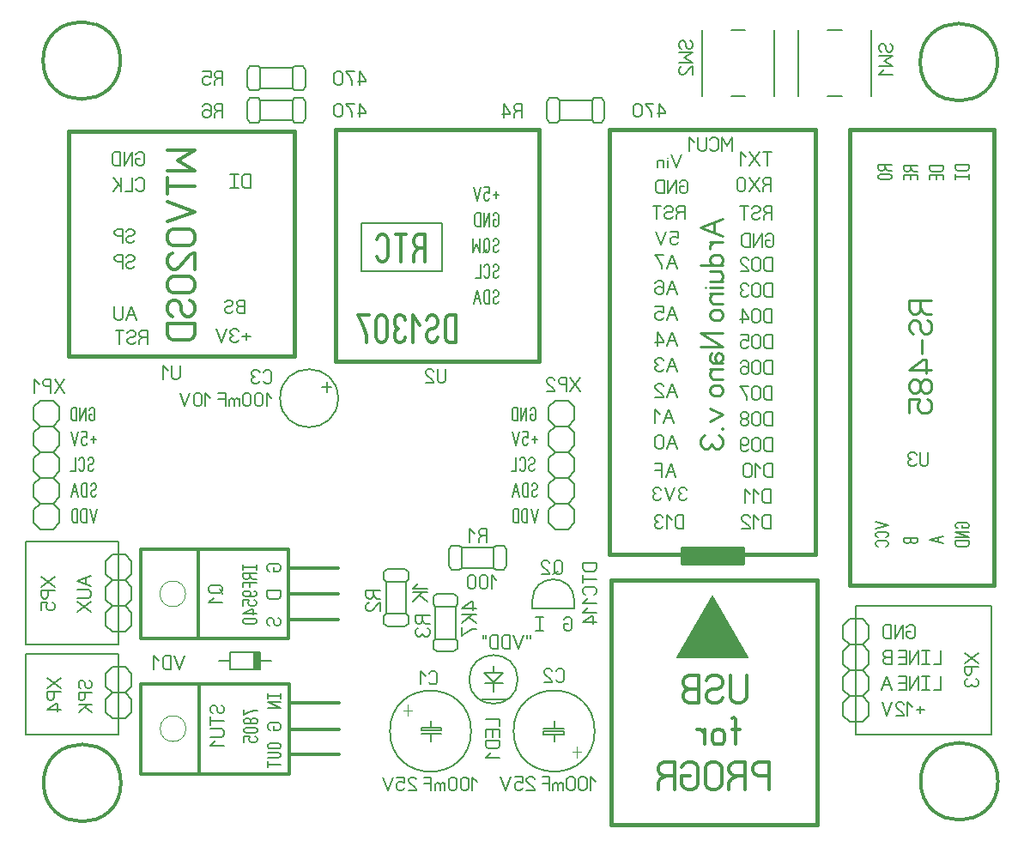
<source format=gbr>
%FSLAX34Y34*%
%MOMM*%
%LNSILK_BOTTOM*%
G71*
G01*
%ADD10C, 0.200*%
%ADD11C, 0.167*%
%ADD12C, 0.333*%
%ADD13C, 0.400*%
%ADD14C, 0.120*%
%ADD15C, 0.300*%
%ADD16C, 0.100*%
%ADD17C, 0.000*%
%ADD18C, 0.150*%
%ADD19C, 0.278*%
%ADD20C, 0.178*%
%LPD*%
G54D10*
X20868Y424960D02*
X20868Y431360D01*
X27168Y437660D01*
X39968Y437660D01*
X46268Y431360D01*
X46268Y418560D01*
X39968Y412260D01*
X27168Y412260D01*
X20868Y418560D01*
X20868Y424960D01*
G54D10*
X20868Y399560D02*
X20868Y405960D01*
X27168Y412260D01*
X39968Y412260D01*
X46268Y405960D01*
X46268Y393160D01*
X39968Y386860D01*
X27168Y386860D01*
X20868Y393160D01*
X20868Y399560D01*
G54D10*
X20868Y374160D02*
X20868Y380560D01*
X27168Y386860D01*
X39968Y386860D01*
X46268Y380560D01*
X46268Y367760D01*
X39968Y361460D01*
X27168Y361460D01*
X20868Y367760D01*
X20868Y374160D01*
G54D10*
X20868Y348760D02*
X20868Y355160D01*
X27168Y361460D01*
X39968Y361460D01*
X46268Y355160D01*
X46268Y342360D01*
X39968Y336060D01*
X27168Y336060D01*
X20868Y342360D01*
X20868Y348760D01*
G54D10*
X20868Y323360D02*
X20868Y329760D01*
X27168Y336060D01*
X39968Y336060D01*
X46268Y329760D01*
X46268Y316960D01*
X39968Y310660D01*
X27168Y310660D01*
X20868Y316960D01*
X20868Y323360D01*
G54D11*
X82521Y399568D02*
X77188Y399568D01*
G54D11*
X79854Y402901D02*
X79854Y396234D01*
G54D11*
X68188Y407068D02*
X73521Y407068D01*
X73521Y401234D01*
X72854Y401234D01*
X71521Y402068D01*
X70188Y402068D01*
X68854Y401234D01*
X68188Y399568D01*
X68188Y396234D01*
X68854Y394568D01*
X70188Y393734D01*
X71521Y393734D01*
X72854Y394568D01*
X73521Y396234D01*
G54D11*
X64521Y407068D02*
X61188Y393734D01*
X57854Y407068D01*
G54D11*
X79832Y370834D02*
X79165Y369168D01*
X77832Y368334D01*
X76499Y368334D01*
X75165Y369168D01*
X74499Y370834D01*
X74499Y372501D01*
X75165Y374168D01*
X76499Y375001D01*
X77832Y375001D01*
X79165Y375834D01*
X79832Y377501D01*
X79832Y379168D01*
X79165Y380834D01*
X77832Y381668D01*
X76499Y381668D01*
X75165Y380834D01*
X74499Y379168D01*
G54D11*
X65499Y370834D02*
X66165Y369168D01*
X67499Y368334D01*
X68832Y368334D01*
X70165Y369168D01*
X70832Y370834D01*
X70832Y379168D01*
X70165Y380834D01*
X68832Y381668D01*
X67499Y381668D01*
X66165Y380834D01*
X65499Y379168D01*
G54D11*
X61832Y381668D02*
X61832Y368334D01*
X57165Y368334D01*
G54D11*
X82521Y345435D02*
X81854Y343768D01*
X80521Y342935D01*
X79188Y342935D01*
X77854Y343768D01*
X77188Y345435D01*
X77188Y347102D01*
X77854Y348768D01*
X79188Y349602D01*
X80521Y349602D01*
X81854Y350435D01*
X82521Y352102D01*
X82521Y353768D01*
X81854Y355435D01*
X80521Y356268D01*
X79188Y356268D01*
X77854Y355435D01*
X77188Y353768D01*
G54D11*
X73521Y342935D02*
X73521Y356268D01*
X70188Y356268D01*
X68854Y355435D01*
X68188Y353768D01*
X68188Y345435D01*
X68854Y343768D01*
X70188Y342935D01*
X73521Y342935D01*
G54D11*
X64521Y342935D02*
X61188Y356268D01*
X57854Y342935D01*
G54D11*
X63188Y347935D02*
X59188Y347935D01*
G54D11*
X83276Y330868D02*
X79943Y317534D01*
X76609Y330868D01*
G54D11*
X72942Y317534D02*
X72942Y330868D01*
X69609Y330868D01*
X68275Y330034D01*
X67609Y328368D01*
X67609Y320034D01*
X68275Y318368D01*
X69609Y317534D01*
X72942Y317534D01*
G54D11*
X63942Y317534D02*
X63942Y330868D01*
X60609Y330868D01*
X59275Y330034D01*
X58609Y328368D01*
X58609Y320034D01*
X59275Y318368D01*
X60609Y317534D01*
X63942Y317534D01*
G54D11*
X125722Y676259D02*
X121722Y676259D01*
X121722Y672092D01*
X122722Y670425D01*
X124722Y669592D01*
X126722Y669592D01*
X128722Y670425D01*
X129722Y672092D01*
X129722Y680425D01*
X128722Y682092D01*
X126722Y682925D01*
X124722Y682925D01*
X122722Y682092D01*
X121722Y680425D01*
G54D11*
X118054Y669592D02*
X118054Y682925D01*
X110054Y669592D01*
X110054Y682925D01*
G54D11*
X106388Y669592D02*
X106388Y682925D01*
X101388Y682925D01*
X99388Y682092D01*
X98388Y680425D01*
X98388Y672092D01*
X99388Y670425D01*
X101388Y669592D01*
X106388Y669592D01*
G54D11*
X234496Y500801D02*
X226496Y500801D01*
G54D11*
X230496Y504134D02*
X230496Y497468D01*
G54D11*
X222830Y505801D02*
X221830Y507468D01*
X219830Y508301D01*
X217830Y508301D01*
X215830Y507468D01*
X214830Y505801D01*
X214830Y504134D01*
X215830Y502468D01*
X217830Y501634D01*
X215830Y500801D01*
X214830Y499134D01*
X214830Y497468D01*
X215830Y495801D01*
X217830Y494968D01*
X219830Y494968D01*
X221830Y495801D01*
X222830Y497468D01*
G54D11*
X211162Y508301D02*
X206162Y494968D01*
X201162Y508301D01*
G54D11*
X234496Y647368D02*
X234496Y660701D01*
X229496Y660701D01*
X227496Y659868D01*
X226496Y658201D01*
X226496Y649868D01*
X227496Y648201D01*
X229496Y647368D01*
X234496Y647368D01*
G54D11*
X222830Y647368D02*
X214830Y647368D01*
G54D11*
X218830Y647368D02*
X218830Y660701D01*
G54D11*
X222830Y660701D02*
X214830Y660701D01*
G54D11*
X128896Y500040D02*
X125896Y498374D01*
X124896Y496707D01*
X124896Y493374D01*
G54D11*
X132896Y493374D02*
X132896Y506707D01*
X127896Y506707D01*
X125896Y505874D01*
X124896Y504207D01*
X124896Y502540D01*
X125896Y500874D01*
X127896Y500040D01*
X132896Y500040D01*
G54D11*
X121230Y495874D02*
X120230Y494207D01*
X118230Y493374D01*
X116230Y493374D01*
X114230Y494207D01*
X113230Y495874D01*
X113230Y497540D01*
X114230Y499207D01*
X116230Y500040D01*
X118230Y500040D01*
X120230Y500874D01*
X121230Y502540D01*
X121230Y504207D01*
X120230Y505874D01*
X118230Y506707D01*
X116230Y506707D01*
X114230Y505874D01*
X113230Y504207D01*
G54D11*
X105562Y493374D02*
X105562Y506707D01*
G54D11*
X109562Y506707D02*
X101562Y506707D01*
G54D11*
X121722Y646686D02*
X122722Y645019D01*
X124722Y644186D01*
X126722Y644186D01*
X128722Y645019D01*
X129722Y646686D01*
X129722Y655019D01*
X128722Y656686D01*
X126722Y657519D01*
X124722Y657519D01*
X122722Y656686D01*
X121722Y655019D01*
G54D11*
X118054Y657519D02*
X118054Y644186D01*
X111054Y644186D01*
G54D11*
X107388Y644186D02*
X107388Y657519D01*
G54D11*
X107388Y648353D02*
X99388Y657519D01*
G54D11*
X104388Y650853D02*
X99388Y644186D01*
G54D11*
X120196Y595892D02*
X119196Y594225D01*
X117196Y593392D01*
X115196Y593392D01*
X113196Y594225D01*
X112196Y595892D01*
X112196Y597559D01*
X113196Y599225D01*
X115196Y600059D01*
X117196Y600059D01*
X119196Y600892D01*
X120196Y602559D01*
X120196Y604225D01*
X119196Y605892D01*
X117196Y606725D01*
X115196Y606725D01*
X113196Y605892D01*
X112196Y604225D01*
G54D11*
X108530Y593392D02*
X108530Y606725D01*
X103530Y606725D01*
X101530Y605892D01*
X100530Y604225D01*
X100530Y602559D01*
X101530Y600892D01*
X103530Y600059D01*
X108530Y600059D01*
G54D11*
X120196Y570492D02*
X119196Y568825D01*
X117196Y567992D01*
X115196Y567992D01*
X113196Y568825D01*
X112196Y570492D01*
X112196Y572159D01*
X113196Y573825D01*
X115196Y574659D01*
X117196Y574659D01*
X119196Y575492D01*
X120196Y577159D01*
X120196Y578825D01*
X119196Y580492D01*
X117196Y581325D01*
X115196Y581325D01*
X113196Y580492D01*
X112196Y578825D01*
G54D11*
X108530Y567992D02*
X108530Y581325D01*
X103530Y581325D01*
X101530Y580492D01*
X100530Y578825D01*
X100530Y577159D01*
X101530Y575492D01*
X103530Y574659D01*
X108530Y574659D01*
G54D11*
X229180Y523542D02*
X229180Y536875D01*
X224180Y536875D01*
X222180Y536042D01*
X221180Y534375D01*
X221180Y532709D01*
X222180Y531042D01*
X224180Y530209D01*
X222180Y529375D01*
X221180Y527709D01*
X221180Y526042D01*
X222180Y524375D01*
X224180Y523542D01*
X229180Y523542D01*
G54D11*
X229180Y530209D02*
X224180Y530209D01*
G54D11*
X217512Y526042D02*
X216512Y524375D01*
X214512Y523542D01*
X212512Y523542D01*
X210512Y524375D01*
X209512Y526042D01*
X209512Y527709D01*
X210512Y529375D01*
X212512Y530209D01*
X214512Y530209D01*
X216512Y531042D01*
X217512Y532709D01*
X217512Y534375D01*
X216512Y536042D01*
X214512Y536875D01*
X212512Y536875D01*
X210512Y536042D01*
X209512Y534375D01*
G54D11*
X744212Y650657D02*
X741212Y648990D01*
X740212Y647324D01*
X740212Y643990D01*
G54D11*
X748212Y643990D02*
X748212Y657324D01*
X743212Y657324D01*
X741212Y656490D01*
X740212Y654824D01*
X740212Y653157D01*
X741212Y651490D01*
X743212Y650657D01*
X748212Y650657D01*
G54D11*
X736545Y657324D02*
X726545Y643990D01*
G54D11*
X736545Y643990D02*
X726545Y657324D01*
G54D11*
X714878Y654824D02*
X714878Y646490D01*
X715878Y644824D01*
X717878Y643990D01*
X719878Y643990D01*
X721878Y644824D01*
X722878Y646490D01*
X722878Y654824D01*
X721878Y656490D01*
X719878Y657324D01*
X717878Y657324D01*
X715878Y656490D01*
X714878Y654824D01*
G54D11*
X744498Y669390D02*
X744498Y682724D01*
G54D11*
X748498Y682724D02*
X740498Y682724D01*
G54D11*
X736831Y682724D02*
X726831Y669390D01*
G54D11*
X736831Y669390D02*
X726831Y682724D01*
G54D11*
X723164Y677724D02*
X718164Y682724D01*
X718164Y669390D01*
G54D11*
X747712Y311487D02*
X747712Y324820D01*
X742712Y324820D01*
X740712Y323987D01*
X739712Y322320D01*
X739712Y313987D01*
X740712Y312320D01*
X742712Y311487D01*
X747712Y311487D01*
G54D11*
X736045Y319820D02*
X731045Y324820D01*
X731045Y311487D01*
G54D11*
X719378Y311487D02*
X727378Y311487D01*
X727378Y312320D01*
X726378Y313987D01*
X720378Y318987D01*
X719378Y320653D01*
X719378Y322320D01*
X720378Y323987D01*
X722378Y324820D01*
X724378Y324820D01*
X726378Y323987D01*
X727378Y322320D01*
G54D11*
X745177Y622953D02*
X742177Y621287D01*
X741177Y619620D01*
X741177Y616287D01*
G54D11*
X749177Y616287D02*
X749177Y629620D01*
X744177Y629620D01*
X742177Y628787D01*
X741177Y627120D01*
X741177Y625453D01*
X742177Y623787D01*
X744177Y622953D01*
X749177Y622953D01*
G54D11*
X737510Y618787D02*
X736510Y617120D01*
X734510Y616287D01*
X732510Y616287D01*
X730510Y617120D01*
X729510Y618787D01*
X729510Y620453D01*
X730510Y622120D01*
X732510Y622953D01*
X734510Y622953D01*
X736510Y623787D01*
X737510Y625453D01*
X737510Y627120D01*
X736510Y628787D01*
X734510Y629620D01*
X732510Y629620D01*
X730510Y628787D01*
X729510Y627120D01*
G54D11*
X721843Y616287D02*
X721843Y629620D01*
G54D11*
X725843Y629620D02*
X717843Y629620D01*
G54D11*
X665066Y349771D02*
X664066Y351437D01*
X662066Y352271D01*
X660066Y352271D01*
X658066Y351437D01*
X657066Y349771D01*
X657066Y348104D01*
X658066Y346437D01*
X660066Y345604D01*
X658066Y344771D01*
X657066Y343104D01*
X657066Y341437D01*
X658066Y339771D01*
X660066Y338937D01*
X662066Y338937D01*
X664066Y339771D01*
X665066Y341437D01*
G54D11*
X653399Y352271D02*
X648399Y338937D01*
X643399Y352271D01*
G54D11*
X639732Y349771D02*
X638732Y351437D01*
X636732Y352271D01*
X634732Y352271D01*
X632732Y351437D01*
X631732Y349771D01*
X631732Y348104D01*
X632732Y346437D01*
X634732Y345604D01*
X632732Y344771D01*
X631732Y343104D01*
X631732Y341437D01*
X632732Y339771D01*
X634732Y338937D01*
X636732Y338937D01*
X638732Y339771D01*
X639732Y341437D01*
G54D11*
X654359Y362149D02*
X649359Y375483D01*
X644359Y362149D01*
G54D11*
X652359Y367149D02*
X646359Y367149D01*
G54D11*
X640692Y362149D02*
X640692Y375483D01*
X633692Y375483D01*
G54D11*
X640692Y368816D02*
X633692Y368816D01*
G54D11*
X655740Y390347D02*
X650740Y403681D01*
X645740Y390347D01*
G54D11*
X653740Y395347D02*
X647740Y395347D01*
G54D11*
X634073Y401181D02*
X634073Y392847D01*
X635073Y391181D01*
X637073Y390347D01*
X639073Y390347D01*
X641073Y391181D01*
X642073Y392847D01*
X642073Y401181D01*
X641073Y402847D01*
X639073Y403681D01*
X637073Y403681D01*
X635073Y402847D01*
X634073Y401181D01*
G54D11*
X652510Y415694D02*
X647510Y429027D01*
X642510Y415694D01*
G54D11*
X650510Y420694D02*
X644510Y420694D01*
G54D11*
X638843Y424027D02*
X633843Y429027D01*
X633843Y415694D01*
G54D11*
X655685Y441094D02*
X650685Y454427D01*
X645685Y441094D01*
G54D11*
X653685Y446094D02*
X647685Y446094D01*
G54D11*
X634018Y441094D02*
X642018Y441094D01*
X642018Y441927D01*
X641018Y443594D01*
X635018Y448594D01*
X634018Y450260D01*
X634018Y451927D01*
X635018Y453594D01*
X637018Y454427D01*
X639018Y454427D01*
X641018Y453594D01*
X642018Y451927D01*
G54D11*
X655685Y466494D02*
X650685Y479827D01*
X645685Y466494D01*
G54D11*
X653685Y471494D02*
X647685Y471494D01*
G54D11*
X642018Y477327D02*
X641018Y478994D01*
X639018Y479827D01*
X637018Y479827D01*
X635018Y478994D01*
X634018Y477327D01*
X634018Y475660D01*
X635018Y473994D01*
X637018Y473160D01*
X635018Y472327D01*
X634018Y470660D01*
X634018Y468994D01*
X635018Y467327D01*
X637018Y466494D01*
X639018Y466494D01*
X641018Y467327D01*
X642018Y468994D01*
G54D11*
X655686Y491894D02*
X650686Y505228D01*
X645686Y491894D01*
G54D11*
X653686Y496894D02*
X647686Y496894D01*
G54D11*
X636019Y491894D02*
X636019Y505228D01*
X642019Y496894D01*
X642019Y495228D01*
X634019Y495228D01*
G54D11*
X655685Y517294D02*
X650685Y530627D01*
X645685Y517294D01*
G54D11*
X653685Y522294D02*
X647685Y522294D01*
G54D11*
X634018Y530627D02*
X642018Y530627D01*
X642018Y524794D01*
X641018Y524794D01*
X639018Y525627D01*
X637018Y525627D01*
X635018Y524794D01*
X634018Y523127D01*
X634018Y519794D01*
X635018Y518127D01*
X637018Y517294D01*
X639018Y517294D01*
X641018Y518127D01*
X642018Y519794D01*
G54D11*
X655685Y542694D02*
X650685Y556027D01*
X645685Y542694D01*
G54D11*
X653685Y547694D02*
X647685Y547694D01*
G54D11*
X634018Y553527D02*
X635018Y555194D01*
X637018Y556027D01*
X639018Y556027D01*
X641018Y555194D01*
X642018Y553527D01*
X642018Y549360D01*
X642018Y548527D01*
X639018Y550194D01*
X637018Y550194D01*
X635018Y549360D01*
X634018Y547694D01*
X634018Y545194D01*
X635018Y543527D01*
X637018Y542694D01*
X639018Y542694D01*
X641018Y543527D01*
X642018Y545194D01*
X642018Y549360D01*
G54D11*
X655686Y568094D02*
X650686Y581427D01*
X645686Y568094D01*
G54D11*
X653686Y573094D02*
X647686Y573094D01*
G54D11*
X642019Y581427D02*
X634019Y581427D01*
X635019Y579760D01*
X637019Y577260D01*
X639019Y573927D01*
X640019Y571427D01*
X640019Y568094D01*
G54D11*
X648563Y604529D02*
X656563Y604529D01*
X656563Y598695D01*
X655563Y598695D01*
X653563Y599529D01*
X651563Y599529D01*
X649563Y598695D01*
X648563Y597029D01*
X648563Y593695D01*
X649563Y592029D01*
X651563Y591195D01*
X653563Y591195D01*
X655563Y592029D01*
X656563Y593695D01*
G54D11*
X644896Y604529D02*
X639896Y591195D01*
X634896Y604529D01*
G54D11*
X658895Y623263D02*
X655895Y621596D01*
X654895Y619930D01*
X654895Y616596D01*
G54D11*
X662895Y616596D02*
X662895Y629930D01*
X657895Y629930D01*
X655895Y629096D01*
X654895Y627430D01*
X654895Y625763D01*
X655895Y624096D01*
X657895Y623263D01*
X662895Y623263D01*
G54D11*
X651228Y619096D02*
X650228Y617430D01*
X648228Y616596D01*
X646228Y616596D01*
X644228Y617430D01*
X643228Y619096D01*
X643228Y620763D01*
X644228Y622430D01*
X646228Y623263D01*
X648228Y623263D01*
X650228Y624096D01*
X651228Y625763D01*
X651228Y627430D01*
X650228Y629096D01*
X648228Y629930D01*
X646228Y629930D01*
X644228Y629096D01*
X643228Y627430D01*
G54D11*
X635561Y616596D02*
X635561Y629930D01*
G54D11*
X639561Y629930D02*
X631561Y629930D01*
G54D11*
X662069Y648663D02*
X658069Y648663D01*
X658069Y644496D01*
X659069Y642830D01*
X661069Y641996D01*
X663069Y641996D01*
X665069Y642830D01*
X666069Y644496D01*
X666069Y652830D01*
X665069Y654496D01*
X663069Y655330D01*
X661069Y655330D01*
X659069Y654496D01*
X658069Y652830D01*
G54D11*
X654402Y641996D02*
X654402Y655330D01*
X646402Y641996D01*
X646402Y655330D01*
G54D11*
X642735Y641996D02*
X642735Y655330D01*
X637735Y655330D01*
X635735Y654496D01*
X634735Y652830D01*
X634735Y644496D01*
X635735Y642830D01*
X637735Y641996D01*
X642735Y641996D01*
G54D11*
X659719Y680730D02*
X654719Y667396D01*
X649719Y680730D01*
G54D11*
X646052Y667396D02*
X646052Y674896D01*
G54D11*
X646052Y677396D02*
X646052Y677396D01*
G54D11*
X642385Y667396D02*
X642385Y674896D01*
G54D11*
X642385Y673230D02*
X641385Y674396D01*
X639385Y674896D01*
X637385Y674396D01*
X636385Y673230D01*
X636385Y667396D01*
G54D11*
X747712Y336887D02*
X747712Y350220D01*
X742712Y350220D01*
X740712Y349387D01*
X739712Y347720D01*
X739712Y339387D01*
X740712Y337720D01*
X742712Y336887D01*
X747712Y336887D01*
G54D11*
X736045Y345220D02*
X731045Y350220D01*
X731045Y336887D01*
G54D11*
X727378Y345220D02*
X722378Y350220D01*
X722378Y336887D01*
G54D11*
X749464Y362287D02*
X749464Y375620D01*
X744464Y375620D01*
X742464Y374787D01*
X741464Y373120D01*
X741464Y364787D01*
X742464Y363120D01*
X744464Y362287D01*
X749464Y362287D01*
G54D11*
X737797Y370620D02*
X732797Y375620D01*
X732797Y362287D01*
G54D11*
X721130Y373120D02*
X721130Y364787D01*
X722130Y363120D01*
X724130Y362287D01*
X726130Y362287D01*
X728130Y363120D01*
X729130Y364787D01*
X729130Y373120D01*
X728130Y374787D01*
X726130Y375620D01*
X724130Y375620D01*
X722130Y374787D01*
X721130Y373120D01*
G54D11*
X749289Y387687D02*
X749289Y401020D01*
X744289Y401020D01*
X742289Y400187D01*
X741289Y398520D01*
X741289Y390187D01*
X742289Y388520D01*
X744289Y387687D01*
X749289Y387687D01*
G54D11*
X729622Y398520D02*
X729622Y390187D01*
X730622Y388520D01*
X732622Y387687D01*
X734622Y387687D01*
X736622Y388520D01*
X737622Y390187D01*
X737622Y398520D01*
X736622Y400187D01*
X734622Y401020D01*
X732622Y401020D01*
X730622Y400187D01*
X729622Y398520D01*
G54D11*
X725955Y390187D02*
X724955Y388520D01*
X722955Y387687D01*
X720955Y387687D01*
X718955Y388520D01*
X717955Y390187D01*
X717955Y394353D01*
X717955Y395187D01*
X720955Y393520D01*
X722955Y393520D01*
X724955Y394353D01*
X725955Y396020D01*
X725955Y398520D01*
X724955Y400187D01*
X722955Y401020D01*
X720955Y401020D01*
X718955Y400187D01*
X717955Y398520D01*
X717955Y394353D01*
G54D11*
X749289Y413087D02*
X749289Y426421D01*
X744289Y426421D01*
X742289Y425587D01*
X741289Y423921D01*
X741289Y415587D01*
X742289Y413921D01*
X744289Y413087D01*
X749289Y413087D01*
G54D11*
X729622Y423921D02*
X729622Y415587D01*
X730622Y413921D01*
X732622Y413087D01*
X734622Y413087D01*
X736622Y413921D01*
X737622Y415587D01*
X737622Y423921D01*
X736622Y425587D01*
X734622Y426421D01*
X732622Y426421D01*
X730622Y425587D01*
X729622Y423921D01*
G54D11*
X720955Y419754D02*
X722955Y419754D01*
X724955Y420587D01*
X725955Y422254D01*
X725955Y423921D01*
X724955Y425587D01*
X722955Y426421D01*
X720955Y426421D01*
X718955Y425587D01*
X717955Y423921D01*
X717955Y422254D01*
X718955Y420587D01*
X720955Y419754D01*
X718955Y418921D01*
X717955Y417254D01*
X717955Y415587D01*
X718955Y413921D01*
X720955Y413087D01*
X722955Y413087D01*
X724955Y413921D01*
X725955Y415587D01*
X725955Y417254D01*
X724955Y418921D01*
X722955Y419754D01*
G54D11*
X749184Y438487D02*
X749184Y451820D01*
X744184Y451820D01*
X742184Y450987D01*
X741184Y449320D01*
X741184Y440987D01*
X742184Y439320D01*
X744184Y438487D01*
X749184Y438487D01*
G54D11*
X729517Y449320D02*
X729517Y440987D01*
X730517Y439320D01*
X732517Y438487D01*
X734517Y438487D01*
X736517Y439320D01*
X737517Y440987D01*
X737517Y449320D01*
X736517Y450987D01*
X734517Y451820D01*
X732517Y451820D01*
X730517Y450987D01*
X729517Y449320D01*
G54D11*
X725850Y451820D02*
X717850Y451820D01*
X718850Y450153D01*
X720850Y447653D01*
X722850Y444320D01*
X723850Y441820D01*
X723850Y438487D01*
G54D11*
X749289Y463887D02*
X749289Y477220D01*
X744289Y477220D01*
X742289Y476387D01*
X741289Y474720D01*
X741289Y466387D01*
X742289Y464720D01*
X744289Y463887D01*
X749289Y463887D01*
G54D11*
X729622Y474720D02*
X729622Y466387D01*
X730622Y464720D01*
X732622Y463887D01*
X734622Y463887D01*
X736622Y464720D01*
X737622Y466387D01*
X737622Y474720D01*
X736622Y476387D01*
X734622Y477220D01*
X732622Y477220D01*
X730622Y476387D01*
X729622Y474720D01*
G54D11*
X717955Y474720D02*
X718955Y476387D01*
X720955Y477220D01*
X722955Y477220D01*
X724955Y476387D01*
X725955Y474720D01*
X725955Y470553D01*
X725955Y469720D01*
X722955Y471387D01*
X720955Y471387D01*
X718955Y470553D01*
X717955Y468887D01*
X717955Y466387D01*
X718955Y464720D01*
X720955Y463887D01*
X722955Y463887D01*
X724955Y464720D01*
X725955Y466387D01*
X725955Y470553D01*
G54D11*
X749289Y489287D02*
X749289Y502620D01*
X744289Y502620D01*
X742289Y501787D01*
X741289Y500120D01*
X741289Y491787D01*
X742289Y490120D01*
X744289Y489287D01*
X749289Y489287D01*
G54D11*
X729622Y500120D02*
X729622Y491787D01*
X730622Y490120D01*
X732622Y489287D01*
X734622Y489287D01*
X736622Y490120D01*
X737622Y491787D01*
X737622Y500120D01*
X736622Y501787D01*
X734622Y502620D01*
X732622Y502620D01*
X730622Y501787D01*
X729622Y500120D01*
G54D11*
X717955Y502620D02*
X725955Y502620D01*
X725955Y496787D01*
X724955Y496787D01*
X722955Y497620D01*
X720955Y497620D01*
X718955Y496787D01*
X717955Y495120D01*
X717955Y491787D01*
X718955Y490120D01*
X720955Y489287D01*
X722955Y489287D01*
X724955Y490120D01*
X725955Y491787D01*
G54D11*
X749177Y514687D02*
X749177Y528020D01*
X744177Y528020D01*
X742177Y527187D01*
X741177Y525520D01*
X741177Y517187D01*
X742177Y515520D01*
X744177Y514687D01*
X749177Y514687D01*
G54D11*
X729510Y525520D02*
X729510Y517187D01*
X730510Y515520D01*
X732510Y514687D01*
X734510Y514687D01*
X736510Y515520D01*
X737510Y517187D01*
X737510Y525520D01*
X736510Y527187D01*
X734510Y528020D01*
X732510Y528020D01*
X730510Y527187D01*
X729510Y525520D01*
G54D11*
X719843Y514687D02*
X719843Y528020D01*
X725843Y519687D01*
X725843Y518020D01*
X717843Y518020D01*
G54D11*
X749289Y540087D02*
X749289Y553420D01*
X744289Y553420D01*
X742289Y552587D01*
X741289Y550920D01*
X741289Y542587D01*
X742289Y540920D01*
X744289Y540087D01*
X749289Y540087D01*
G54D11*
X729622Y550920D02*
X729622Y542587D01*
X730622Y540920D01*
X732622Y540087D01*
X734622Y540087D01*
X736622Y540920D01*
X737622Y542587D01*
X737622Y550920D01*
X736622Y552587D01*
X734622Y553420D01*
X732622Y553420D01*
X730622Y552587D01*
X729622Y550920D01*
G54D11*
X725955Y550920D02*
X724955Y552587D01*
X722955Y553420D01*
X720955Y553420D01*
X718955Y552587D01*
X717955Y550920D01*
X717955Y549253D01*
X718955Y547587D01*
X720955Y546753D01*
X718955Y545920D01*
X717955Y544253D01*
X717955Y542587D01*
X718955Y540920D01*
X720955Y540087D01*
X722955Y540087D01*
X724955Y540920D01*
X725955Y542587D01*
G54D11*
X749289Y565487D02*
X749289Y578820D01*
X744289Y578820D01*
X742289Y577987D01*
X741289Y576320D01*
X741289Y567987D01*
X742289Y566320D01*
X744289Y565487D01*
X749289Y565487D01*
G54D11*
X729622Y576320D02*
X729622Y567987D01*
X730622Y566320D01*
X732622Y565487D01*
X734622Y565487D01*
X736622Y566320D01*
X737622Y567987D01*
X737622Y576320D01*
X736622Y577987D01*
X734622Y578820D01*
X732622Y578820D01*
X730622Y577987D01*
X729622Y576320D01*
G54D11*
X717955Y565487D02*
X725955Y565487D01*
X725955Y566320D01*
X724955Y567987D01*
X718955Y572987D01*
X717955Y574653D01*
X717955Y576320D01*
X718955Y577987D01*
X720955Y578820D01*
X722955Y578820D01*
X724955Y577987D01*
X725955Y576320D01*
G54D11*
X746839Y596003D02*
X742839Y596003D01*
X742839Y591837D01*
X743839Y590170D01*
X745839Y589337D01*
X747839Y589337D01*
X749839Y590170D01*
X750839Y591837D01*
X750839Y600170D01*
X749839Y601837D01*
X747839Y602670D01*
X745839Y602670D01*
X743839Y601837D01*
X742839Y600170D01*
G54D11*
X739172Y589337D02*
X739172Y602670D01*
X731172Y589337D01*
X731172Y602670D01*
G54D11*
X727505Y589337D02*
X727505Y602670D01*
X722505Y602670D01*
X720505Y601837D01*
X719505Y600170D01*
X719505Y591837D01*
X720505Y590170D01*
X722505Y589337D01*
X727505Y589337D01*
G54D11*
X661987Y311487D02*
X661987Y324820D01*
X656987Y324820D01*
X654987Y323987D01*
X653987Y322320D01*
X653987Y313987D01*
X654987Y312320D01*
X656987Y311487D01*
X661987Y311487D01*
G54D11*
X650320Y319820D02*
X645320Y324820D01*
X645320Y311487D01*
G54D11*
X641653Y322320D02*
X640653Y323987D01*
X638653Y324820D01*
X636653Y324820D01*
X634653Y323987D01*
X633653Y322320D01*
X633653Y320653D01*
X634653Y318987D01*
X636653Y318153D01*
X634653Y317320D01*
X633653Y315653D01*
X633653Y313987D01*
X634653Y312320D01*
X636653Y311487D01*
X638653Y311487D01*
X640653Y312320D01*
X641653Y313987D01*
G54D11*
X479396Y640868D02*
X474062Y640868D01*
G54D11*
X476729Y644202D02*
X476729Y637535D01*
G54D11*
X465062Y648368D02*
X470396Y648368D01*
X470396Y642535D01*
X469729Y642535D01*
X468396Y643368D01*
X467062Y643368D01*
X465729Y642535D01*
X465062Y640868D01*
X465062Y637535D01*
X465729Y635868D01*
X467062Y635035D01*
X468396Y635035D01*
X469729Y635868D01*
X470396Y637535D01*
G54D11*
X461396Y648368D02*
X458062Y635035D01*
X454729Y648368D01*
G54D11*
X476730Y616302D02*
X474063Y616302D01*
X474063Y612135D01*
X474730Y610468D01*
X476063Y609635D01*
X477397Y609635D01*
X478730Y610468D01*
X479397Y612135D01*
X479397Y620468D01*
X478730Y622135D01*
X477397Y622968D01*
X476063Y622968D01*
X474730Y622135D01*
X474063Y620468D01*
G54D11*
X470397Y609635D02*
X470397Y622968D01*
X465063Y609635D01*
X465063Y622968D01*
G54D11*
X461397Y609635D02*
X461397Y622968D01*
X458063Y622968D01*
X456730Y622135D01*
X456063Y620468D01*
X456063Y612135D01*
X456730Y610468D01*
X458063Y609635D01*
X461397Y609635D01*
G54D11*
X479396Y586735D02*
X478729Y585068D01*
X477396Y584235D01*
X476062Y584235D01*
X474729Y585068D01*
X474062Y586735D01*
X474062Y588402D01*
X474729Y590068D01*
X476062Y590902D01*
X477396Y590902D01*
X478729Y591735D01*
X479396Y593402D01*
X479396Y595068D01*
X478729Y596735D01*
X477396Y597568D01*
X476062Y597568D01*
X474729Y596735D01*
X474062Y595068D01*
G54D11*
X467729Y586735D02*
X464396Y584235D01*
G54D11*
X465062Y595068D02*
X465062Y586735D01*
X465729Y585068D01*
X467062Y584235D01*
X468396Y584235D01*
X469729Y585068D01*
X470396Y586735D01*
X470396Y595068D01*
X469729Y596735D01*
X468396Y597568D01*
X467062Y597568D01*
X465729Y596735D01*
X465062Y595068D01*
G54D11*
X460729Y597568D02*
X460729Y584235D01*
X457395Y592568D01*
X454062Y584235D01*
X454062Y597568D01*
G54D11*
X479396Y561335D02*
X478729Y559668D01*
X477396Y558835D01*
X476062Y558835D01*
X474729Y559668D01*
X474062Y561335D01*
X474062Y563002D01*
X474729Y564668D01*
X476062Y565502D01*
X477396Y565502D01*
X478729Y566335D01*
X479396Y568002D01*
X479396Y569668D01*
X478729Y571335D01*
X477396Y572168D01*
X476062Y572168D01*
X474729Y571335D01*
X474062Y569668D01*
G54D11*
X465062Y561335D02*
X465729Y559668D01*
X467062Y558835D01*
X468396Y558835D01*
X469729Y559668D01*
X470396Y561335D01*
X470396Y569668D01*
X469729Y571335D01*
X468396Y572168D01*
X467062Y572168D01*
X465729Y571335D01*
X465062Y569668D01*
G54D11*
X461396Y572168D02*
X461396Y558835D01*
X456729Y558835D01*
G54D11*
X479396Y535935D02*
X478729Y534268D01*
X477396Y533435D01*
X476062Y533435D01*
X474729Y534268D01*
X474062Y535935D01*
X474062Y537602D01*
X474729Y539268D01*
X476062Y540102D01*
X477396Y540102D01*
X478729Y540935D01*
X479396Y542602D01*
X479396Y544268D01*
X478729Y545935D01*
X477396Y546768D01*
X476062Y546768D01*
X474729Y545935D01*
X474062Y544268D01*
G54D11*
X470396Y533435D02*
X470396Y546768D01*
X467062Y546768D01*
X465729Y545935D01*
X465062Y544268D01*
X465062Y535935D01*
X465729Y534268D01*
X467062Y533435D01*
X470396Y533435D01*
G54D11*
X461396Y533435D02*
X458062Y546768D01*
X454729Y533435D01*
G54D11*
X460062Y538435D02*
X456062Y538435D01*
G54D12*
X401037Y588043D02*
X397037Y584709D01*
X395704Y581376D01*
X395704Y574709D01*
G54D12*
X406371Y574709D02*
X406371Y601376D01*
X399704Y601376D01*
X397037Y599709D01*
X395704Y596376D01*
X395704Y593043D01*
X397037Y589709D01*
X399704Y588043D01*
X406371Y588043D01*
G54D12*
X383037Y574709D02*
X383037Y601376D01*
G54D12*
X388371Y601376D02*
X377704Y601376D01*
G54D12*
X359704Y579709D02*
X361037Y576376D01*
X363704Y574709D01*
X366371Y574709D01*
X369037Y576376D01*
X370371Y579709D01*
X370371Y596376D01*
X369037Y599709D01*
X366371Y601376D01*
X363704Y601376D01*
X361037Y599709D01*
X359704Y596376D01*
G54D10*
X423862Y612776D02*
X344487Y612776D01*
X344487Y565150D01*
X423862Y565150D01*
X423862Y612776D01*
G54D13*
X588962Y286087D02*
X792162Y286087D01*
X792162Y705187D01*
X588962Y705187D01*
X588962Y286087D01*
G54D13*
X277812Y703600D02*
X55562Y703600D01*
X55562Y481350D01*
X277812Y481350D01*
X277812Y703600D01*
G54D13*
X519112Y704850D02*
X319087Y704850D01*
X319087Y476250D01*
X519112Y476250D01*
X519112Y704850D01*
G54D11*
X78434Y424214D02*
X75768Y424214D01*
X75768Y420047D01*
X76434Y418380D01*
X77768Y417547D01*
X79101Y417547D01*
X80434Y418380D01*
X81101Y420047D01*
X81101Y428380D01*
X80434Y430047D01*
X79101Y430880D01*
X77768Y430880D01*
X76434Y430047D01*
X75768Y428380D01*
G54D11*
X72101Y417547D02*
X72101Y430880D01*
X66768Y417547D01*
X66768Y430880D01*
G54D11*
X63101Y417547D02*
X63101Y430880D01*
X59768Y430880D01*
X58434Y430047D01*
X57768Y428380D01*
X57768Y420047D01*
X58434Y418380D01*
X59768Y417547D01*
X63101Y417547D01*
G54D10*
X422961Y111958D02*
X422961Y115158D01*
X402961Y115158D01*
X402961Y111958D01*
X422961Y111958D01*
G54D10*
X422961Y108758D02*
X402961Y108758D01*
G54D10*
G75*
G01X452261Y111458D02*
G03X452261Y111458I-40000J0D01*
G01*
G54D10*
X412261Y108458D02*
X412261Y101458D01*
G54D10*
X412261Y115458D02*
X412261Y121458D01*
G54D14*
X390061Y137458D02*
X390061Y126758D01*
G54D14*
X394461Y132158D02*
X385561Y132158D01*
G54D11*
X410941Y160097D02*
X411941Y158430D01*
X413941Y157597D01*
X415941Y157597D01*
X417941Y158430D01*
X418941Y160097D01*
X418941Y168430D01*
X417941Y170097D01*
X415941Y170930D01*
X413941Y170930D01*
X411941Y170097D01*
X410941Y168430D01*
G54D11*
X407274Y165930D02*
X402274Y170930D01*
X402274Y157597D01*
G54D11*
X458594Y61116D02*
X453594Y66116D01*
X453594Y52783D01*
G54D11*
X441927Y63616D02*
X441927Y55283D01*
X442927Y53616D01*
X444927Y52783D01*
X446927Y52783D01*
X448927Y53616D01*
X449927Y55283D01*
X449927Y63616D01*
X448927Y65283D01*
X446927Y66116D01*
X444927Y66116D01*
X442927Y65283D01*
X441927Y63616D01*
G54D11*
X430260Y63616D02*
X430260Y55283D01*
X431260Y53616D01*
X433260Y52783D01*
X435260Y52783D01*
X437260Y53616D01*
X438260Y55283D01*
X438260Y63616D01*
X437260Y65283D01*
X435260Y66116D01*
X433260Y66116D01*
X431260Y65283D01*
X430260Y63616D01*
G54D11*
X426593Y52783D02*
X426593Y60283D01*
G54D11*
X426593Y58950D02*
X424593Y60283D01*
X422593Y59783D01*
X421593Y58616D01*
X421593Y52783D01*
G54D11*
X421593Y58950D02*
X419593Y60283D01*
X417593Y59783D01*
X416593Y58616D01*
X416593Y52783D01*
G54D11*
X412926Y52783D02*
X412926Y66116D01*
X405926Y66116D01*
G54D11*
X412926Y59450D02*
X405926Y59450D01*
G54D11*
X390392Y52783D02*
X398392Y52783D01*
X398392Y53616D01*
X397392Y55283D01*
X391392Y60283D01*
X390392Y61950D01*
X390392Y63616D01*
X391392Y65283D01*
X393392Y66116D01*
X395392Y66116D01*
X397392Y65283D01*
X398392Y63616D01*
G54D11*
X378725Y66116D02*
X386725Y66116D01*
X386725Y60283D01*
X385725Y60283D01*
X383725Y61116D01*
X381725Y61116D01*
X379725Y60283D01*
X378725Y58616D01*
X378725Y55283D01*
X379725Y53616D01*
X381725Y52783D01*
X383725Y52783D01*
X385725Y53616D01*
X386725Y55283D01*
G54D11*
X375058Y66116D02*
X370058Y52783D01*
X365058Y66116D01*
G54D15*
X272454Y202507D02*
X126354Y202507D01*
X126354Y291307D01*
X272454Y291307D01*
X272454Y202507D01*
G54D15*
X183454Y202507D02*
X183454Y291307D01*
G54D16*
G75*
G01X170755Y246907D02*
G03X170755Y246907I-12700J0D01*
G01*
G54D15*
X272654Y221507D02*
X321654Y221507D01*
G54D15*
X272654Y246507D02*
X321654Y246507D01*
G54D15*
X272654Y272507D02*
X321654Y272507D01*
G54D11*
X261979Y223520D02*
X263646Y222520D01*
X264479Y220520D01*
X264479Y218520D01*
X263646Y216520D01*
X261979Y215520D01*
X260313Y215520D01*
X258646Y216520D01*
X257813Y218520D01*
X257813Y220520D01*
X256979Y222520D01*
X255313Y223520D01*
X253646Y223520D01*
X251979Y222520D01*
X251146Y220520D01*
X251146Y218520D01*
X251979Y216520D01*
X253646Y215520D01*
G54D11*
X264479Y249927D02*
X251146Y249927D01*
X251146Y244927D01*
X251979Y242927D01*
X253646Y241927D01*
X261979Y241927D01*
X263646Y242927D01*
X264479Y244927D01*
X264479Y249927D01*
G54D11*
X257813Y272957D02*
X257813Y268957D01*
X261979Y268957D01*
X263646Y269957D01*
X264479Y271957D01*
X264479Y273957D01*
X263646Y275957D01*
X261979Y276957D01*
X253646Y276957D01*
X251979Y275957D01*
X251146Y273957D01*
X251146Y271957D01*
X251979Y269957D01*
X253646Y268957D01*
G54D10*
X244543Y172208D02*
X244543Y189608D01*
X214143Y189608D01*
X214143Y172208D01*
X244543Y172208D01*
G36*
X244443Y172308D02*
X244443Y189008D01*
X237243Y189008D01*
X237243Y172308D01*
X244443Y172308D01*
G37*
G54D16*
X244443Y172308D02*
X244443Y189008D01*
X237243Y189008D01*
X237243Y172308D01*
X244443Y172308D01*
G54D10*
X255543Y180908D02*
X244443Y180908D01*
G54D10*
X214243Y180908D02*
X203143Y180908D01*
G54D11*
X169856Y186158D02*
X164856Y172825D01*
X159856Y186158D01*
G54D11*
X156189Y172825D02*
X156189Y186158D01*
X151189Y186158D01*
X149189Y185325D01*
X148189Y183658D01*
X148189Y175325D01*
X149189Y173658D01*
X151189Y172825D01*
X156189Y172825D01*
G54D11*
X144522Y181158D02*
X139522Y186158D01*
X139522Y172825D01*
G54D15*
X272742Y69499D02*
X126642Y69499D01*
X126642Y158299D01*
X272742Y158299D01*
X272742Y69499D01*
G54D15*
X183742Y69499D02*
X183742Y158299D01*
G54D16*
G75*
G01X171042Y113899D02*
G03X171042Y113899I-12700J0D01*
G01*
G54D15*
X272942Y88499D02*
X321942Y88499D01*
G54D15*
X272942Y113499D02*
X321942Y113499D01*
G54D15*
X272942Y139499D02*
X321942Y139499D01*
G54D11*
X253934Y94166D02*
X262267Y94166D01*
X263934Y94832D01*
X264767Y96166D01*
X264767Y97499D01*
X263934Y98832D01*
X262267Y99499D01*
X253934Y99499D01*
X252267Y98832D01*
X251434Y97499D01*
X251434Y96166D01*
X252267Y94832D01*
X253934Y94166D01*
G54D11*
X251434Y90499D02*
X262267Y90499D01*
X263934Y89832D01*
X264767Y88499D01*
X264767Y87166D01*
X263934Y85832D01*
X262267Y85166D01*
X251434Y85166D01*
G54D11*
X264767Y78832D02*
X251434Y78832D01*
G54D11*
X251434Y81499D02*
X251434Y76166D01*
G54D11*
X258100Y116199D02*
X258100Y112199D01*
X262267Y112199D01*
X263934Y113199D01*
X264767Y115199D01*
X264767Y117199D01*
X263934Y119199D01*
X262267Y120199D01*
X253934Y120199D01*
X252267Y119199D01*
X251434Y117199D01*
X251434Y115199D01*
X252267Y113199D01*
X253934Y112199D01*
G54D11*
X264767Y148869D02*
X264767Y143536D01*
G54D11*
X264767Y146202D02*
X251434Y146202D01*
G54D11*
X251434Y148869D02*
X251434Y143536D01*
G54D11*
X264767Y139869D02*
X251434Y139869D01*
X264767Y134536D01*
X251434Y134536D01*
G54D17*
X474663Y176212D02*
X474663Y176212D01*
G54D10*
G75*
G01X498363Y162512D02*
G03X498363Y162512I-24000J0D01*
G01*
G54D10*
X487362Y142512D02*
X462862Y142512D01*
G54D17*
X474663Y176212D02*
X474663Y176212D01*
G54D18*
X483662Y169012D02*
X473662Y159012D01*
G54D10*
X474462Y157612D02*
X474462Y150612D01*
G54D18*
X474462Y160012D02*
X465462Y169012D01*
G54D10*
X483462Y169012D02*
X465462Y169012D01*
G54D10*
X483462Y159012D02*
X465962Y159012D01*
G54D10*
X474663Y176212D02*
X474663Y169512D01*
G54D11*
X466995Y123529D02*
X480329Y123529D01*
X480329Y116529D01*
G54D11*
X480329Y105862D02*
X480329Y112862D01*
X466995Y112862D01*
X466995Y105862D01*
G54D11*
X473662Y112862D02*
X473662Y105862D01*
G54D11*
X480329Y102195D02*
X466995Y102195D01*
X466995Y97195D01*
X467829Y95195D01*
X469495Y94195D01*
X477829Y94195D01*
X479495Y95195D01*
X480329Y97195D01*
X480329Y102195D01*
G54D11*
X471995Y90528D02*
X466995Y85528D01*
X480329Y85528D01*
G54D11*
X892842Y302224D02*
X879509Y302224D01*
X879509Y298891D01*
X880342Y297557D01*
X882009Y296891D01*
X883675Y296891D01*
X885342Y297557D01*
X886175Y298891D01*
X887009Y297557D01*
X888675Y296891D01*
X890342Y296891D01*
X892009Y297557D01*
X892842Y298891D01*
X892842Y302224D01*
G54D11*
X886175Y302224D02*
X886175Y298891D01*
G54D11*
X918242Y303557D02*
X904909Y300224D01*
X918242Y296890D01*
G54D11*
X913242Y302224D02*
X913242Y298224D01*
G54D11*
X936976Y314382D02*
X936976Y311716D01*
X941142Y311716D01*
X942809Y312382D01*
X943642Y313716D01*
X943642Y315049D01*
X942809Y316382D01*
X941142Y317049D01*
X932809Y317049D01*
X931142Y316382D01*
X930309Y315049D01*
X930309Y313716D01*
X931142Y312382D01*
X932809Y311716D01*
G54D11*
X943642Y308049D02*
X930309Y308049D01*
X943642Y302716D01*
X930309Y302716D01*
G54D11*
X943642Y299049D02*
X930309Y299049D01*
X930309Y295716D01*
X931142Y294382D01*
X932809Y293716D01*
X941142Y293716D01*
X942809Y294382D01*
X943642Y295716D01*
X943642Y299049D01*
G54D11*
X850934Y318348D02*
X864267Y315015D01*
X850934Y311682D01*
G54D11*
X861767Y302681D02*
X863434Y303348D01*
X864267Y304681D01*
X864267Y306014D01*
X863434Y307348D01*
X861767Y308014D01*
X853434Y308014D01*
X851767Y307348D01*
X850934Y306014D01*
X850934Y304681D01*
X851767Y303348D01*
X853434Y302681D01*
G54D11*
X861767Y293681D02*
X863434Y294348D01*
X864267Y295681D01*
X864267Y297014D01*
X863434Y298348D01*
X861767Y299014D01*
X853434Y299014D01*
X851767Y298348D01*
X850934Y297014D01*
X850934Y295681D01*
X851767Y294348D01*
X853434Y293681D01*
G54D11*
X860775Y667332D02*
X862442Y665332D01*
X864109Y664666D01*
X867442Y664666D01*
G54D11*
X867442Y669999D02*
X854109Y669999D01*
X854109Y666666D01*
X854942Y665332D01*
X856609Y664666D01*
X858275Y664666D01*
X859942Y665332D01*
X860775Y666666D01*
X860775Y669999D01*
G54D11*
X856609Y655666D02*
X864942Y655666D01*
X866609Y656332D01*
X867442Y657666D01*
X867442Y658999D01*
X866609Y660332D01*
X864942Y660999D01*
X856609Y660999D01*
X854942Y660332D01*
X854109Y658999D01*
X854109Y657666D01*
X854942Y656332D01*
X856609Y655666D01*
G54D11*
X886175Y666554D02*
X887842Y664554D01*
X889509Y663887D01*
X892842Y663887D01*
G54D11*
X892842Y669220D02*
X879509Y669220D01*
X879509Y665887D01*
X880342Y664554D01*
X882009Y663887D01*
X883675Y663887D01*
X885342Y664554D01*
X886175Y665887D01*
X886175Y669220D01*
G54D11*
X892842Y655554D02*
X892842Y660220D01*
X879509Y660220D01*
X879509Y655554D01*
G54D11*
X886175Y660220D02*
X886175Y655554D01*
G54D11*
X918242Y669220D02*
X904909Y669220D01*
X904909Y665887D01*
X905742Y664554D01*
X907409Y663887D01*
X915742Y663887D01*
X917409Y664554D01*
X918242Y665887D01*
X918242Y669220D01*
G54D11*
X918242Y655554D02*
X918242Y660220D01*
X904909Y660220D01*
X904909Y655554D01*
G54D11*
X911575Y660220D02*
X911575Y655554D01*
G54D11*
X943642Y669887D02*
X930309Y669887D01*
X930309Y666554D01*
X931142Y665220D01*
X932809Y664554D01*
X941142Y664554D01*
X942809Y665220D01*
X943642Y666554D01*
X943642Y669887D01*
G54D11*
X943642Y660887D02*
X943642Y655554D01*
G54D11*
X943642Y658220D02*
X930309Y658220D01*
G54D11*
X930309Y660887D02*
X930309Y655554D01*
G54D13*
X968374Y255588D02*
X825500Y255588D01*
X825500Y704850D01*
X968374Y704850D01*
X968374Y255588D01*
G54D12*
X152871Y684700D02*
X179538Y684700D01*
X162871Y674700D01*
X179538Y664700D01*
X152871Y664700D01*
G54D12*
X179538Y649367D02*
X152871Y649367D01*
G54D12*
X152871Y657367D02*
X152871Y641367D01*
G54D12*
X152871Y634034D02*
X179538Y624034D01*
X152871Y614034D01*
G54D12*
X157871Y590701D02*
X174538Y590701D01*
X177871Y592701D01*
X179538Y596701D01*
X179538Y600701D01*
X177871Y604701D01*
X174538Y606701D01*
X157871Y606701D01*
X154538Y604701D01*
X152871Y600701D01*
X152871Y596701D01*
X154538Y592701D01*
X157871Y590701D01*
G54D12*
X179538Y567368D02*
X179538Y583368D01*
X177871Y583368D01*
X174538Y581368D01*
X164538Y569368D01*
X161205Y567368D01*
X157871Y567368D01*
X154538Y569368D01*
X152871Y573368D01*
X152871Y577368D01*
X154538Y581368D01*
X157871Y583368D01*
G54D12*
X157871Y544035D02*
X174538Y544035D01*
X177871Y546035D01*
X179538Y550035D01*
X179538Y554035D01*
X177871Y558035D01*
X174538Y560035D01*
X157871Y560035D01*
X154538Y558035D01*
X152871Y554035D01*
X152871Y550035D01*
X154538Y546035D01*
X157871Y544035D01*
G54D12*
X174538Y536702D02*
X177871Y534702D01*
X179538Y530702D01*
X179538Y526702D01*
X177871Y522702D01*
X174538Y520702D01*
X171205Y520702D01*
X167871Y522702D01*
X166205Y526702D01*
X166205Y530702D01*
X164538Y534702D01*
X161205Y536702D01*
X157871Y536702D01*
X154538Y534702D01*
X152871Y530702D01*
X152871Y526702D01*
X154538Y522702D01*
X157871Y520702D01*
G54D12*
X179538Y513369D02*
X152871Y513369D01*
X152871Y503369D01*
X154538Y499369D01*
X157871Y497369D01*
X174538Y497369D01*
X177871Y499369D01*
X179538Y503369D01*
X179538Y513369D01*
G54D11*
X122250Y517192D02*
X117250Y530525D01*
X112250Y517192D01*
G54D11*
X120250Y522192D02*
X114250Y522192D01*
G54D11*
X108584Y530525D02*
X108584Y519692D01*
X107584Y518025D01*
X105584Y517192D01*
X103584Y517192D01*
X101584Y518025D01*
X100584Y519692D01*
X100584Y530525D01*
G54D13*
X793750Y260350D02*
X590550Y260350D01*
X590550Y19050D01*
X793750Y19050D01*
X793750Y260350D01*
G54D10*
X819150Y209550D02*
X819150Y215950D01*
X825450Y222250D01*
X838250Y222250D01*
X844550Y215950D01*
X844550Y203150D01*
X838250Y196850D01*
X825450Y196850D01*
X819150Y203150D01*
X819150Y209550D01*
G54D10*
X819150Y184150D02*
X819150Y190550D01*
X825450Y196850D01*
X838250Y196850D01*
X844550Y190550D01*
X844550Y177750D01*
X838250Y171450D01*
X825450Y171450D01*
X819150Y177750D01*
X819150Y184150D01*
G54D10*
X819150Y158750D02*
X819150Y165150D01*
X825450Y171450D01*
X838250Y171450D01*
X844550Y165150D01*
X844550Y152350D01*
X838250Y146050D01*
X825450Y146050D01*
X819150Y152350D01*
X819150Y158750D01*
G54D10*
X819150Y133350D02*
X819150Y139750D01*
X825450Y146050D01*
X838250Y146050D01*
X844550Y139750D01*
X844550Y126950D01*
X838250Y120650D01*
X825450Y120650D01*
X819150Y126950D01*
X819150Y133350D01*
G54D11*
X939598Y188502D02*
X952932Y178502D01*
G54D11*
X952932Y188502D02*
X939598Y178502D01*
G54D11*
X952932Y174835D02*
X939598Y174835D01*
X939598Y169835D01*
X940432Y167835D01*
X942098Y166835D01*
X943765Y166835D01*
X945432Y167835D01*
X946265Y169835D01*
X946265Y174835D01*
G54D11*
X942098Y163168D02*
X940432Y162168D01*
X939598Y160168D01*
X939598Y158168D01*
X940432Y156168D01*
X942098Y155168D01*
X943765Y155168D01*
X945432Y156168D01*
X946265Y158168D01*
X947098Y156168D01*
X948765Y155168D01*
X950432Y155168D01*
X952098Y156168D01*
X952932Y158168D01*
X952932Y160168D01*
X952098Y162168D01*
X950432Y163168D01*
G54D11*
X899641Y132868D02*
X891641Y132868D01*
G54D11*
X895641Y136201D02*
X895641Y129534D01*
G54D11*
X887974Y135368D02*
X882974Y140368D01*
X882974Y127034D01*
G54D11*
X871307Y127034D02*
X879307Y127034D01*
X879307Y127868D01*
X878307Y129534D01*
X872307Y134534D01*
X871307Y136201D01*
X871307Y137868D01*
X872307Y139534D01*
X874307Y140368D01*
X876307Y140368D01*
X878307Y139534D01*
X879307Y137868D01*
G54D11*
X867640Y140368D02*
X862640Y127034D01*
X857640Y140368D01*
G54D11*
X886116Y209901D02*
X882116Y209901D01*
X882116Y205734D01*
X883116Y204068D01*
X885116Y203234D01*
X887116Y203234D01*
X889116Y204068D01*
X890116Y205734D01*
X890116Y214068D01*
X889116Y215734D01*
X887116Y216568D01*
X885116Y216568D01*
X883116Y215734D01*
X882116Y214068D01*
G54D11*
X878449Y203234D02*
X878449Y216568D01*
X870449Y203234D01*
X870449Y216568D01*
G54D11*
X866782Y203234D02*
X866782Y216568D01*
X861782Y216568D01*
X859782Y215734D01*
X858782Y214068D01*
X858782Y205734D01*
X859782Y204068D01*
X861782Y203234D01*
X866782Y203234D01*
G54D11*
X915516Y191168D02*
X915516Y177834D01*
X908516Y177834D01*
G54D11*
X904849Y177834D02*
X896849Y177834D01*
G54D11*
X900849Y177834D02*
X900849Y191168D01*
G54D11*
X904849Y191168D02*
X896849Y191168D01*
G54D11*
X893182Y177834D02*
X893182Y191168D01*
X885182Y177834D01*
X885182Y191168D01*
G54D11*
X874515Y177834D02*
X881515Y177834D01*
X881515Y191168D01*
X874515Y191168D01*
G54D11*
X881515Y184501D02*
X874515Y184501D01*
G54D11*
X866981Y177834D02*
X866981Y191168D01*
X861981Y191168D01*
X859981Y190334D01*
X858981Y188668D01*
X858981Y187001D01*
X859981Y185334D01*
X861981Y184501D01*
X859981Y183668D01*
X858981Y182001D01*
X858981Y180334D01*
X859981Y178668D01*
X861981Y177834D01*
X866981Y177834D01*
G54D11*
X866981Y184501D02*
X861981Y184501D01*
G54D11*
X915516Y165768D02*
X915516Y152434D01*
X908516Y152434D01*
G54D11*
X904849Y152434D02*
X896849Y152434D01*
G54D11*
X900849Y152434D02*
X900849Y165768D01*
G54D11*
X904849Y165768D02*
X896849Y165768D01*
G54D11*
X893182Y152434D02*
X893182Y165768D01*
X885182Y152434D01*
X885182Y165768D01*
G54D11*
X874515Y152434D02*
X881515Y152434D01*
X881515Y165768D01*
X874515Y165768D01*
G54D11*
X881515Y159101D02*
X874515Y159101D01*
G54D11*
X866981Y152434D02*
X861981Y165768D01*
X856981Y152434D01*
G54D11*
X864981Y157434D02*
X858981Y157434D01*
G54D10*
X523537Y111083D02*
X523537Y107883D01*
X543537Y107883D01*
X543537Y111083D01*
X523537Y111083D01*
G54D10*
X523537Y114283D02*
X543537Y114283D01*
G54D10*
G75*
G01X574238Y111583D02*
G03X574238Y111583I-40000J0D01*
G01*
G54D10*
X534237Y114583D02*
X534237Y121583D01*
G54D10*
X534237Y107583D02*
X534237Y101583D01*
G54D14*
X556437Y85583D02*
X556437Y96283D01*
G54D14*
X552037Y90883D02*
X560937Y90883D01*
G54D11*
X535988Y162562D02*
X536988Y160895D01*
X538988Y160062D01*
X540988Y160062D01*
X542988Y160895D01*
X543988Y162562D01*
X543988Y170895D01*
X542988Y172562D01*
X540988Y173395D01*
X538988Y173395D01*
X536988Y172562D01*
X535988Y170895D01*
G54D11*
X524321Y160062D02*
X532321Y160062D01*
X532321Y160895D01*
X531321Y162562D01*
X525321Y167562D01*
X524321Y169228D01*
X524321Y170895D01*
X525321Y172562D01*
X527321Y173395D01*
X529321Y173395D01*
X531321Y172562D01*
X532321Y170895D01*
G54D11*
X575146Y61366D02*
X570146Y66366D01*
X570146Y53033D01*
G54D11*
X558479Y63866D02*
X558479Y55533D01*
X559479Y53866D01*
X561479Y53033D01*
X563479Y53033D01*
X565479Y53866D01*
X566479Y55533D01*
X566479Y63866D01*
X565479Y65533D01*
X563479Y66366D01*
X561479Y66366D01*
X559479Y65533D01*
X558479Y63866D01*
G54D11*
X546812Y63866D02*
X546812Y55533D01*
X547812Y53866D01*
X549812Y53033D01*
X551812Y53033D01*
X553812Y53866D01*
X554812Y55533D01*
X554812Y63866D01*
X553812Y65533D01*
X551812Y66366D01*
X549812Y66366D01*
X547812Y65533D01*
X546812Y63866D01*
G54D11*
X543145Y53033D02*
X543145Y60533D01*
G54D11*
X543145Y59199D02*
X541145Y60533D01*
X539145Y60033D01*
X538145Y58866D01*
X538145Y53033D01*
G54D11*
X538145Y59199D02*
X536145Y60533D01*
X534145Y60033D01*
X533145Y58866D01*
X533145Y53033D01*
G54D11*
X529478Y53033D02*
X529478Y66366D01*
X522478Y66366D01*
G54D11*
X529478Y59699D02*
X522478Y59699D01*
G54D11*
X506944Y53033D02*
X514944Y53033D01*
X514944Y53866D01*
X513944Y55533D01*
X507944Y60533D01*
X506944Y62199D01*
X506944Y63866D01*
X507944Y65533D01*
X509944Y66366D01*
X511944Y66366D01*
X513944Y65533D01*
X514944Y63866D01*
G54D11*
X495277Y66366D02*
X503277Y66366D01*
X503277Y60533D01*
X502277Y60533D01*
X500277Y61366D01*
X498277Y61366D01*
X496277Y60533D01*
X495277Y58866D01*
X495277Y55533D01*
X496277Y53866D01*
X498277Y53033D01*
X500277Y53033D01*
X502277Y53866D01*
X503277Y55533D01*
G54D11*
X491610Y66366D02*
X486610Y53033D01*
X481610Y66366D01*
G54D11*
X510877Y206171D02*
X510877Y202837D01*
G54D11*
X507877Y206171D02*
X507877Y202837D01*
G54D11*
X504210Y206171D02*
X499210Y192837D01*
X494210Y206171D01*
G54D11*
X490543Y192837D02*
X490543Y206171D01*
X485543Y206171D01*
X483543Y205337D01*
X482543Y203671D01*
X482543Y195337D01*
X483543Y193671D01*
X485543Y192837D01*
X490543Y192837D01*
G54D11*
X478876Y192837D02*
X478876Y206171D01*
X473876Y206171D01*
X471876Y205337D01*
X470876Y203671D01*
X470876Y195337D01*
X471876Y193671D01*
X473876Y192837D01*
X478876Y192837D01*
G54D11*
X467209Y206171D02*
X467209Y202837D01*
G54D11*
X464209Y206171D02*
X464209Y202837D01*
G54D10*
X117475Y222250D02*
X117475Y215850D01*
X111175Y209550D01*
X98375Y209550D01*
X92075Y215850D01*
X92075Y228650D01*
X98375Y234950D01*
X111175Y234950D01*
X117475Y228650D01*
X117475Y222250D01*
G54D10*
X117475Y247650D02*
X117475Y241250D01*
X111175Y234950D01*
X98375Y234950D01*
X92075Y241250D01*
X92075Y254050D01*
X98375Y260350D01*
X111175Y260350D01*
X117475Y254050D01*
X117475Y247650D01*
G54D10*
X117475Y273050D02*
X117475Y266650D01*
X111175Y260350D01*
X98375Y260350D01*
X92075Y266650D01*
X92075Y279450D01*
X98375Y285750D01*
X111175Y285750D01*
X117475Y279450D01*
X117475Y273050D01*
G36*
X690399Y244072D02*
X725040Y184072D01*
X655758Y184072D01*
X690399Y244072D01*
G37*
G54D10*
X690399Y244072D02*
X725040Y184072D01*
X655758Y184072D01*
X690399Y244072D01*
G54D12*
X723900Y166367D02*
X723900Y144700D01*
X721900Y141367D01*
X717900Y139700D01*
X713900Y139700D01*
X709900Y141367D01*
X707900Y144700D01*
X707900Y166367D01*
G54D12*
X700567Y144700D02*
X698567Y141367D01*
X694567Y139700D01*
X690567Y139700D01*
X686567Y141367D01*
X684567Y144700D01*
X684567Y148033D01*
X686567Y151367D01*
X690567Y153033D01*
X694567Y153033D01*
X698567Y154700D01*
X700567Y158033D01*
X700567Y161367D01*
X698567Y164700D01*
X694567Y166367D01*
X690567Y166367D01*
X686567Y164700D01*
X684567Y161367D01*
G54D12*
X677234Y139700D02*
X677234Y166367D01*
X667234Y166367D01*
X663234Y164700D01*
X661234Y161367D01*
X661234Y158033D01*
X663234Y154700D01*
X667234Y153033D01*
X663234Y151367D01*
X661234Y148033D01*
X661234Y144700D01*
X663234Y141367D01*
X667234Y139700D01*
X677234Y139700D01*
G54D12*
X677234Y153033D02*
X667234Y153033D01*
G54D12*
X713550Y98425D02*
X713550Y123425D01*
X711550Y125092D01*
X709550Y124092D01*
G54D12*
X717550Y113425D02*
X709550Y113425D01*
G54D12*
X690217Y102425D02*
X690217Y109092D01*
X692217Y112425D01*
X696217Y113425D01*
X700217Y112425D01*
X702217Y109092D01*
X702217Y102425D01*
X700217Y99092D01*
X696217Y98425D01*
X692217Y99092D01*
X690217Y102425D01*
G54D12*
X682884Y98425D02*
X682884Y113425D01*
G54D12*
X682884Y110092D02*
X678884Y113425D01*
X674884Y113425D01*
G54D12*
X746125Y53975D02*
X746125Y80642D01*
X736125Y80642D01*
X732125Y78975D01*
X730125Y75642D01*
X730125Y72308D01*
X732125Y68975D01*
X736125Y67308D01*
X746125Y67308D01*
G54D12*
X714792Y67308D02*
X708792Y63975D01*
X706792Y60642D01*
X706792Y53975D01*
G54D12*
X722792Y53975D02*
X722792Y80642D01*
X712792Y80642D01*
X708792Y78975D01*
X706792Y75642D01*
X706792Y72308D01*
X708792Y68975D01*
X712792Y67308D01*
X722792Y67308D01*
G54D12*
X683459Y75642D02*
X683459Y58975D01*
X685459Y55642D01*
X689459Y53975D01*
X693459Y53975D01*
X697459Y55642D01*
X699459Y58975D01*
X699459Y75642D01*
X697459Y78975D01*
X693459Y80642D01*
X689459Y80642D01*
X685459Y78975D01*
X683459Y75642D01*
G54D12*
X668126Y67308D02*
X660126Y67308D01*
X660126Y58975D01*
X662126Y55642D01*
X666126Y53975D01*
X670126Y53975D01*
X674126Y55642D01*
X676126Y58975D01*
X676126Y75642D01*
X674126Y78975D01*
X670126Y80642D01*
X666126Y80642D01*
X662126Y78975D01*
X660126Y75642D01*
G54D12*
X644793Y67308D02*
X638793Y63975D01*
X636793Y60642D01*
X636793Y53975D01*
G54D12*
X652793Y53975D02*
X652793Y80642D01*
X642793Y80642D01*
X638793Y78975D01*
X636793Y75642D01*
X636793Y72308D01*
X638793Y68975D01*
X642793Y67308D01*
X652793Y67308D01*
G54D11*
X560102Y460376D02*
X550102Y447042D01*
G54D11*
X560102Y447042D02*
X550102Y460376D01*
G54D11*
X546435Y447042D02*
X546435Y460376D01*
X541435Y460376D01*
X539435Y459542D01*
X538435Y457876D01*
X538435Y456209D01*
X539435Y454542D01*
X541435Y453709D01*
X546435Y453709D01*
G54D11*
X526768Y447042D02*
X534768Y447042D01*
X534768Y447876D01*
X533768Y449542D01*
X527768Y454542D01*
X526768Y456209D01*
X526768Y457876D01*
X527768Y459542D01*
X529768Y460376D01*
X531768Y460376D01*
X533768Y459542D01*
X534768Y457876D01*
G54D10*
X528868Y424960D02*
X528868Y431360D01*
X535168Y437660D01*
X547968Y437660D01*
X554268Y431360D01*
X554268Y418560D01*
X547968Y412260D01*
X535168Y412260D01*
X528868Y418560D01*
X528868Y424960D01*
G54D10*
X528868Y399560D02*
X528868Y405960D01*
X535168Y412260D01*
X547968Y412260D01*
X554268Y405960D01*
X554268Y393160D01*
X547968Y386860D01*
X535168Y386860D01*
X528868Y393160D01*
X528868Y399560D01*
G54D10*
X528868Y374160D02*
X528868Y380560D01*
X535168Y386860D01*
X547968Y386860D01*
X554268Y380560D01*
X554268Y367760D01*
X547968Y361460D01*
X535168Y361460D01*
X528868Y367760D01*
X528868Y374160D01*
G54D10*
X528868Y348760D02*
X528868Y355160D01*
X535168Y361460D01*
X547968Y361460D01*
X554268Y355160D01*
X554268Y342360D01*
X547968Y336060D01*
X535168Y336060D01*
X528868Y342360D01*
X528868Y348760D01*
G54D10*
X528868Y323360D02*
X528868Y329760D01*
X535168Y336060D01*
X547968Y336060D01*
X554268Y329760D01*
X554268Y316960D01*
X547968Y310660D01*
X535168Y310660D01*
X528868Y316960D01*
X528868Y323360D01*
G54D10*
X831850Y234950D02*
X965200Y234950D01*
X965200Y107950D01*
X831850Y107950D01*
X831850Y234950D01*
G54D11*
X51513Y458697D02*
X41513Y445364D01*
G54D11*
X51513Y445364D02*
X41513Y458697D01*
G54D11*
X37846Y445364D02*
X37846Y458697D01*
X32846Y458697D01*
X30846Y457864D01*
X29846Y456197D01*
X29846Y454531D01*
X30846Y452864D01*
X32846Y452031D01*
X37846Y452031D01*
G54D11*
X26179Y453697D02*
X21179Y458697D01*
X21179Y445364D01*
G54D11*
X517496Y399568D02*
X512163Y399568D01*
G54D11*
X514829Y402901D02*
X514829Y396234D01*
G54D11*
X503163Y407068D02*
X508496Y407068D01*
X508496Y401234D01*
X507829Y401234D01*
X506496Y402068D01*
X505163Y402068D01*
X503829Y401234D01*
X503163Y399568D01*
X503163Y396234D01*
X503829Y394568D01*
X505163Y393734D01*
X506496Y393734D01*
X507829Y394568D01*
X508496Y396234D01*
G54D11*
X499496Y407068D02*
X496163Y393734D01*
X492829Y407068D01*
G54D11*
X514807Y370834D02*
X514140Y369168D01*
X512807Y368334D01*
X511474Y368334D01*
X510140Y369168D01*
X509474Y370834D01*
X509474Y372501D01*
X510140Y374168D01*
X511474Y375001D01*
X512807Y375001D01*
X514140Y375834D01*
X514807Y377501D01*
X514807Y379168D01*
X514140Y380834D01*
X512807Y381668D01*
X511474Y381668D01*
X510140Y380834D01*
X509474Y379168D01*
G54D11*
X500474Y370834D02*
X501140Y369168D01*
X502474Y368334D01*
X503807Y368334D01*
X505140Y369168D01*
X505807Y370834D01*
X505807Y379168D01*
X505140Y380834D01*
X503807Y381668D01*
X502474Y381668D01*
X501140Y380834D01*
X500474Y379168D01*
G54D11*
X496807Y381668D02*
X496807Y368334D01*
X492140Y368334D01*
G54D11*
X517496Y345435D02*
X516829Y343768D01*
X515496Y342935D01*
X514163Y342935D01*
X512829Y343768D01*
X512163Y345435D01*
X512163Y347102D01*
X512829Y348768D01*
X514163Y349602D01*
X515496Y349602D01*
X516829Y350435D01*
X517496Y352102D01*
X517496Y353768D01*
X516829Y355435D01*
X515496Y356268D01*
X514163Y356268D01*
X512829Y355435D01*
X512163Y353768D01*
G54D11*
X508496Y342935D02*
X508496Y356268D01*
X505163Y356268D01*
X503829Y355435D01*
X503163Y353768D01*
X503163Y345435D01*
X503829Y343768D01*
X505163Y342935D01*
X508496Y342935D01*
G54D11*
X499496Y342935D02*
X496163Y356268D01*
X492829Y342935D01*
G54D11*
X498163Y347935D02*
X494163Y347935D01*
G54D11*
X518251Y330868D02*
X514918Y317534D01*
X511584Y330868D01*
G54D11*
X507917Y317534D02*
X507917Y330868D01*
X504584Y330868D01*
X503250Y330034D01*
X502584Y328368D01*
X502584Y320034D01*
X503250Y318368D01*
X504584Y317534D01*
X507917Y317534D01*
G54D11*
X498917Y317534D02*
X498917Y330868D01*
X495584Y330868D01*
X494250Y330034D01*
X493584Y328368D01*
X493584Y320034D01*
X494250Y318368D01*
X495584Y317534D01*
X498917Y317534D01*
G54D11*
X513409Y424214D02*
X510743Y424214D01*
X510743Y420047D01*
X511409Y418380D01*
X512743Y417547D01*
X514076Y417547D01*
X515409Y418380D01*
X516076Y420047D01*
X516076Y428380D01*
X515409Y430047D01*
X514076Y430880D01*
X512743Y430880D01*
X511409Y430047D01*
X510743Y428380D01*
G54D11*
X507076Y417547D02*
X507076Y430880D01*
X501743Y417547D01*
X501743Y430880D01*
G54D11*
X498076Y417547D02*
X498076Y430880D01*
X494743Y430880D01*
X493409Y430047D01*
X492743Y428380D01*
X492743Y420047D01*
X493409Y418380D01*
X494743Y417547D01*
X498076Y417547D01*
G54D10*
X117475Y136525D02*
X117475Y130125D01*
X111175Y123825D01*
X98375Y123825D01*
X92075Y130125D01*
X92075Y142925D01*
X98375Y149225D01*
X111175Y149225D01*
X117475Y142925D01*
X117475Y136525D01*
G54D10*
X117475Y161925D02*
X117475Y155525D01*
X111175Y149225D01*
X98375Y149225D01*
X92075Y155525D01*
X92075Y168325D01*
X98375Y174625D01*
X111175Y174625D01*
X117475Y168325D01*
X117475Y161925D01*
G54D10*
X104775Y298450D02*
X12700Y298450D01*
X12700Y196850D01*
X104775Y196850D01*
X104775Y298450D01*
G54D10*
X104775Y187325D02*
X12700Y187325D01*
X12700Y107950D01*
X104775Y107950D01*
X104775Y187325D01*
G54D11*
X28432Y263918D02*
X41766Y253918D01*
G54D11*
X41766Y263918D02*
X28432Y253918D01*
G54D11*
X41766Y250250D02*
X28432Y250250D01*
X28432Y245250D01*
X29266Y243250D01*
X30932Y242250D01*
X32599Y242250D01*
X34266Y243250D01*
X35099Y245250D01*
X35099Y250250D01*
G54D11*
X28432Y230584D02*
X28432Y238584D01*
X34266Y238584D01*
X34266Y237584D01*
X33432Y235584D01*
X33432Y233584D01*
X34266Y231584D01*
X35932Y230584D01*
X39266Y230584D01*
X40932Y231584D01*
X41766Y233584D01*
X41766Y235584D01*
X40932Y237584D01*
X39266Y238584D01*
G54D11*
X77316Y264598D02*
X63983Y259598D01*
X77316Y254598D01*
G54D11*
X72316Y262598D02*
X72316Y256598D01*
G54D11*
X63983Y250932D02*
X74816Y250932D01*
X76483Y249932D01*
X77316Y247932D01*
X77316Y245932D01*
X76483Y243932D01*
X74816Y242932D01*
X63983Y242932D01*
G54D11*
X63983Y239264D02*
X77316Y229264D01*
G54D11*
X77316Y239264D02*
X63983Y229264D01*
G54D11*
X204137Y251757D02*
X206637Y246757D01*
G54D11*
X195804Y247757D02*
X204137Y247757D01*
X205804Y248757D01*
X206637Y250757D01*
X206637Y252757D01*
X205804Y254757D01*
X204137Y255757D01*
X195804Y255757D01*
X194137Y254757D01*
X193304Y252757D01*
X193304Y250757D01*
X194137Y248757D01*
X195804Y247757D01*
G54D11*
X198304Y243090D02*
X193304Y238090D01*
X206637Y238090D01*
G54D11*
X240414Y276038D02*
X240414Y270705D01*
G54D11*
X240414Y273371D02*
X227080Y273371D01*
G54D11*
X227080Y276038D02*
X227080Y270705D01*
G54D11*
X233747Y264371D02*
X235414Y262371D01*
X237080Y261705D01*
X240414Y261705D01*
G54D11*
X240414Y267038D02*
X227080Y267038D01*
X227080Y263705D01*
X227914Y262371D01*
X229580Y261705D01*
X231247Y261705D01*
X232914Y262371D01*
X233747Y263705D01*
X233747Y267038D01*
G54D11*
X240414Y258038D02*
X227080Y258038D01*
X227080Y253371D01*
G54D11*
X233747Y258038D02*
X233747Y253371D01*
G54D11*
X237914Y249704D02*
X239580Y249037D01*
X240414Y247704D01*
X240414Y246371D01*
X239580Y245037D01*
X237914Y244371D01*
X233747Y244371D01*
X232914Y244371D01*
X234580Y246371D01*
X234580Y247704D01*
X233747Y249037D01*
X232080Y249704D01*
X229580Y249704D01*
X227914Y249037D01*
X227080Y247704D01*
X227080Y246371D01*
X227914Y245037D01*
X229580Y244371D01*
X233747Y244371D01*
G54D11*
X227080Y235371D02*
X227080Y240704D01*
X232914Y240704D01*
X232914Y240037D01*
X232080Y238704D01*
X232080Y237371D01*
X232914Y236037D01*
X234580Y235371D01*
X237914Y235371D01*
X239580Y236037D01*
X240414Y237371D01*
X240414Y238704D01*
X239580Y240037D01*
X237914Y240704D01*
G54D11*
X240414Y227704D02*
X227080Y227704D01*
X235414Y231704D01*
X237080Y231704D01*
X237080Y226371D01*
G54D11*
X229580Y217371D02*
X237914Y217371D01*
X239580Y218037D01*
X240414Y219371D01*
X240414Y220704D01*
X239580Y222037D01*
X237914Y222704D01*
X229580Y222704D01*
X227914Y222037D01*
X227080Y220704D01*
X227080Y219371D01*
X227914Y218037D01*
X229580Y217371D01*
G54D11*
X205958Y137091D02*
X207625Y136091D01*
X208458Y134091D01*
X208458Y132091D01*
X207625Y130091D01*
X205958Y129091D01*
X204291Y129091D01*
X202625Y130091D01*
X201791Y132091D01*
X201791Y134091D01*
X200958Y136091D01*
X199291Y137091D01*
X197625Y137091D01*
X195958Y136091D01*
X195125Y134091D01*
X195125Y132091D01*
X195958Y130091D01*
X197625Y129091D01*
G54D11*
X208458Y121424D02*
X195125Y121424D01*
G54D11*
X195125Y125424D02*
X195125Y117424D01*
G54D11*
X195125Y113757D02*
X205958Y113757D01*
X207625Y112757D01*
X208458Y110757D01*
X208458Y108757D01*
X207625Y106757D01*
X205958Y105757D01*
X195125Y105757D01*
G54D11*
X200125Y102090D02*
X195125Y97090D01*
X208458Y97090D01*
G54D11*
X228494Y133038D02*
X228494Y127705D01*
X230160Y128371D01*
X232660Y129705D01*
X235994Y131038D01*
X238494Y131705D01*
X241827Y131705D01*
G54D11*
X235160Y120705D02*
X235160Y122038D01*
X234327Y123371D01*
X232660Y124038D01*
X230994Y124038D01*
X229327Y123371D01*
X228494Y122038D01*
X228494Y120705D01*
X229327Y119371D01*
X230994Y118705D01*
X232660Y118705D01*
X234327Y119371D01*
X235160Y120705D01*
X235994Y119371D01*
X237660Y118705D01*
X239327Y118705D01*
X240994Y119371D01*
X241827Y120705D01*
X241827Y122038D01*
X240994Y123371D01*
X239327Y124038D01*
X237660Y124038D01*
X235994Y123371D01*
X235160Y122038D01*
G54D11*
X230994Y109705D02*
X239327Y109705D01*
X240994Y110371D01*
X241827Y111705D01*
X241827Y113038D01*
X240994Y114371D01*
X239327Y115038D01*
X230994Y115038D01*
X229327Y114371D01*
X228494Y113038D01*
X228494Y111705D01*
X229327Y110371D01*
X230994Y109705D01*
G54D11*
X228494Y100705D02*
X228494Y106038D01*
X234327Y106038D01*
X234327Y105371D01*
X233494Y104038D01*
X233494Y102705D01*
X234327Y101371D01*
X235994Y100705D01*
X239327Y100705D01*
X240994Y101371D01*
X241827Y102705D01*
X241827Y104038D01*
X240994Y105371D01*
X239327Y106038D01*
G54D10*
X512800Y240600D02*
X512800Y232600D01*
X554000Y232600D01*
X554000Y240600D01*
G54D10*
G75*
G01X554100Y240500D02*
G03X512700Y240500I-20700J0D01*
G01*
G54D11*
X523815Y210364D02*
X515815Y210364D01*
G54D11*
X519815Y210364D02*
X519815Y223697D01*
G54D11*
X523815Y223697D02*
X515815Y223697D01*
G54D11*
X547910Y217031D02*
X543910Y217031D01*
X543910Y212864D01*
X544910Y211197D01*
X546910Y210364D01*
X548910Y210364D01*
X550910Y211197D01*
X551910Y212864D01*
X551910Y221197D01*
X550910Y222864D01*
X548910Y223697D01*
X546910Y223697D01*
X544910Y222864D01*
X543910Y221197D01*
G54D11*
X538300Y268750D02*
X533300Y266250D01*
G54D11*
X534300Y277083D02*
X534300Y268750D01*
X535300Y267083D01*
X537300Y266250D01*
X539300Y266250D01*
X541300Y267083D01*
X542300Y268750D01*
X542300Y277083D01*
X541300Y278750D01*
X539300Y279583D01*
X537300Y279583D01*
X535300Y278750D01*
X534300Y277083D01*
G54D11*
X521633Y266250D02*
X529633Y266250D01*
X529633Y267083D01*
X528633Y268750D01*
X522633Y273750D01*
X521633Y275417D01*
X521633Y277083D01*
X522633Y278750D01*
X524633Y279583D01*
X526633Y279583D01*
X528633Y278750D01*
X529633Y277083D01*
G54D11*
X576005Y277353D02*
X562672Y277353D01*
X562672Y272353D01*
X563505Y270353D01*
X565172Y269353D01*
X573505Y269353D01*
X575172Y270353D01*
X576005Y272353D01*
X576005Y277353D01*
G54D11*
X576005Y261686D02*
X562672Y261686D01*
G54D11*
X562672Y265686D02*
X562672Y257686D01*
G54D11*
X573505Y246019D02*
X575172Y247019D01*
X576005Y249019D01*
X576005Y251019D01*
X575172Y253019D01*
X573505Y254019D01*
X565172Y254019D01*
X563505Y253019D01*
X562672Y251019D01*
X562672Y249019D01*
X563505Y247019D01*
X565172Y246019D01*
G54D11*
X567672Y242352D02*
X562672Y237352D01*
X576005Y237352D01*
G54D11*
X567672Y233685D02*
X562672Y228685D01*
X576005Y228685D01*
G54D11*
X576005Y219018D02*
X562672Y219018D01*
X571005Y225018D01*
X572672Y225018D01*
X572672Y217018D01*
G54D11*
X34434Y163840D02*
X47768Y153840D01*
G54D11*
X47768Y163840D02*
X34434Y153840D01*
G54D11*
X47768Y150174D02*
X34434Y150174D01*
X34434Y145174D01*
X35268Y143174D01*
X36934Y142174D01*
X38601Y142174D01*
X40268Y143174D01*
X41101Y145174D01*
X41101Y150174D01*
G54D11*
X47768Y132506D02*
X34434Y132506D01*
X42768Y138506D01*
X44434Y138506D01*
X44434Y130506D01*
G54D11*
X75961Y161447D02*
X77628Y160447D01*
X78461Y158447D01*
X78461Y156447D01*
X77628Y154447D01*
X75961Y153447D01*
X74294Y153447D01*
X72628Y154447D01*
X71794Y156447D01*
X71794Y158447D01*
X70961Y160447D01*
X69294Y161447D01*
X67628Y161447D01*
X65961Y160447D01*
X65128Y158447D01*
X65128Y156447D01*
X65961Y154447D01*
X67628Y153447D01*
G54D11*
X78461Y149780D02*
X65128Y149780D01*
X65128Y144780D01*
X65961Y142780D01*
X67628Y141780D01*
X69294Y141780D01*
X70961Y142780D01*
X71794Y144780D01*
X71794Y149780D01*
G54D11*
X78461Y138113D02*
X65128Y138113D01*
G54D11*
X74294Y138113D02*
X65128Y130113D01*
G54D11*
X71794Y135113D02*
X78461Y130113D01*
G36*
X660400Y276225D02*
X660400Y292100D01*
X720725Y292100D01*
X720725Y276225D01*
X660400Y276225D01*
G37*
G54D15*
X660400Y276225D02*
X660400Y292100D01*
X720725Y292100D01*
X720725Y276225D01*
X660400Y276225D01*
G54D19*
X700631Y616941D02*
X678409Y608608D01*
X700631Y600274D01*
G54D19*
X692298Y613608D02*
X692298Y603608D01*
G54D19*
X700631Y594163D02*
X688131Y594163D01*
G54D19*
X690909Y594163D02*
X688131Y590830D01*
X688131Y587496D01*
G54D19*
X700631Y571385D02*
X678409Y571385D01*
G54D19*
X691742Y571385D02*
X688964Y573052D01*
X688131Y576385D01*
X688964Y579718D01*
X691742Y581385D01*
X697298Y581385D01*
X700075Y579718D01*
X700631Y576385D01*
X700075Y573052D01*
X697298Y571385D01*
G54D19*
X688131Y555274D02*
X700631Y555274D01*
G54D19*
X697853Y555274D02*
X700075Y556941D01*
X700631Y560274D01*
X700075Y563607D01*
X697853Y565274D01*
X688131Y565274D01*
G54D19*
X700631Y549163D02*
X688131Y549163D01*
G54D19*
X683964Y549163D02*
X683964Y549163D01*
G54D19*
X700631Y543052D02*
X688131Y543052D01*
G54D19*
X690909Y543052D02*
X688964Y541385D01*
X688131Y538052D01*
X688964Y534719D01*
X690909Y533052D01*
X700631Y533052D01*
G54D19*
X697298Y516941D02*
X691742Y516941D01*
X688964Y518608D01*
X688131Y521941D01*
X688964Y525274D01*
X691742Y526941D01*
X697298Y526941D01*
X700075Y525274D01*
X700631Y521941D01*
X700075Y518608D01*
X697298Y516941D01*
G54D19*
X700631Y504386D02*
X678409Y504386D01*
X700631Y491053D01*
X678409Y491053D01*
G54D19*
X689520Y484942D02*
X688131Y481609D01*
X688131Y477609D01*
X690909Y474942D01*
X700631Y474942D01*
G54D19*
X696464Y474942D02*
X693687Y476609D01*
X693131Y479942D01*
X693687Y483275D01*
X696464Y484942D01*
X699242Y484275D01*
X700631Y481609D01*
X700631Y479942D01*
X700631Y479275D01*
X699242Y476609D01*
X696464Y474942D01*
G54D19*
X700631Y468831D02*
X688131Y468831D01*
G54D19*
X690909Y468831D02*
X688964Y467164D01*
X688131Y463831D01*
X688964Y460498D01*
X690909Y458831D01*
X700631Y458831D01*
G54D19*
X697298Y442720D02*
X691742Y442720D01*
X688964Y444387D01*
X688131Y447720D01*
X688964Y451053D01*
X691742Y452720D01*
X697298Y452720D01*
X700075Y451053D01*
X700631Y447720D01*
X700075Y444387D01*
X697298Y442720D01*
G54D19*
X688131Y430165D02*
X700631Y423498D01*
X688131Y416832D01*
G54D19*
X700631Y409388D02*
X700631Y410721D01*
X699520Y410721D01*
X699520Y409388D01*
X700631Y409388D01*
X700631Y410721D01*
G54D19*
X682575Y403277D02*
X679798Y401610D01*
X678409Y398277D01*
X678409Y394944D01*
X679798Y391610D01*
X682575Y389944D01*
X685353Y389944D01*
X688131Y391610D01*
X689520Y394944D01*
X690909Y391610D01*
X693687Y389944D01*
X696464Y389944D01*
X699242Y391610D01*
X700631Y394944D01*
X700631Y398277D01*
X699242Y401610D01*
X696464Y403277D01*
G54D12*
X437440Y495334D02*
X437440Y522001D01*
X430773Y522001D01*
X428106Y520334D01*
X426773Y517001D01*
X426773Y500334D01*
X428106Y497001D01*
X430773Y495334D01*
X437440Y495334D01*
G54D12*
X419440Y500334D02*
X418106Y497001D01*
X415440Y495334D01*
X412773Y495334D01*
X410106Y497001D01*
X408773Y500334D01*
X408773Y503668D01*
X410106Y507001D01*
X412773Y508668D01*
X415440Y508668D01*
X418106Y510334D01*
X419440Y513668D01*
X419440Y517001D01*
X418106Y520334D01*
X415440Y522001D01*
X412773Y522001D01*
X410106Y520334D01*
X408773Y517001D01*
G54D12*
X401440Y512001D02*
X394773Y522001D01*
X394773Y495334D01*
G54D12*
X387440Y517001D02*
X386106Y520334D01*
X383440Y522001D01*
X380773Y522001D01*
X378106Y520334D01*
X376773Y517001D01*
X376773Y513668D01*
X378106Y510334D01*
X380773Y508668D01*
X378106Y507001D01*
X376773Y503668D01*
X376773Y500334D01*
X378106Y497001D01*
X380773Y495334D01*
X383440Y495334D01*
X386106Y497001D01*
X387440Y500334D01*
G54D12*
X358773Y517001D02*
X358773Y500334D01*
X360106Y497001D01*
X362773Y495334D01*
X365440Y495334D01*
X368106Y497001D01*
X369440Y500334D01*
X369440Y517001D01*
X368106Y520334D01*
X365440Y522001D01*
X362773Y522001D01*
X360106Y520334D01*
X358773Y517001D01*
G54D12*
X351440Y522001D02*
X340773Y522001D01*
X342106Y518668D01*
X344773Y513668D01*
X347440Y507001D01*
X348773Y502001D01*
X348773Y495334D01*
G54D19*
X895423Y529446D02*
X898201Y524446D01*
X900979Y522779D01*
X906534Y522779D01*
G54D19*
X906534Y536112D02*
X884312Y536112D01*
X884312Y527779D01*
X885701Y524446D01*
X888479Y522779D01*
X891257Y522779D01*
X894034Y524446D01*
X895423Y527779D01*
X895423Y536112D01*
G54D19*
X902368Y516668D02*
X905146Y515002D01*
X906534Y511668D01*
X906534Y508335D01*
X905146Y505002D01*
X902368Y503335D01*
X899590Y503335D01*
X896812Y505002D01*
X895423Y508335D01*
X895423Y511668D01*
X894034Y515002D01*
X891257Y516668D01*
X888479Y516668D01*
X885701Y515002D01*
X884312Y511668D01*
X884312Y508335D01*
X885701Y505002D01*
X888479Y503335D01*
G54D19*
X896812Y497224D02*
X896812Y483891D01*
G54D19*
X906534Y467780D02*
X884312Y467780D01*
X898201Y477780D01*
X900979Y477780D01*
X900979Y464447D01*
G54D19*
X895423Y450003D02*
X895423Y453336D01*
X894034Y456670D01*
X891257Y458336D01*
X888479Y458336D01*
X885701Y456670D01*
X884312Y453336D01*
X884312Y450003D01*
X885701Y446670D01*
X888479Y445003D01*
X891257Y445003D01*
X894034Y446670D01*
X895423Y450003D01*
X896812Y446670D01*
X899590Y445003D01*
X902368Y445003D01*
X905146Y446670D01*
X906534Y450003D01*
X906534Y453336D01*
X905146Y456670D01*
X902368Y458336D01*
X899590Y458336D01*
X896812Y456670D01*
X895423Y453336D01*
G54D19*
X884312Y425559D02*
X884312Y438892D01*
X894034Y438892D01*
X894034Y437226D01*
X892646Y433892D01*
X892646Y430559D01*
X894034Y427226D01*
X896812Y425559D01*
X902368Y425559D01*
X905146Y427226D01*
X906534Y430559D01*
X906534Y433892D01*
X905146Y437226D01*
X902368Y438892D01*
G54D10*
G75*
G01X321105Y439940D02*
G03X321105Y439940I-28600J0D01*
G01*
G54D10*
X305230Y451052D02*
X314705Y451052D01*
G54D10*
X310018Y446265D02*
X310018Y455840D01*
G54D11*
X247567Y457040D02*
X248567Y455373D01*
X250567Y454540D01*
X252567Y454540D01*
X254567Y455373D01*
X255567Y457040D01*
X255567Y465373D01*
X254567Y467040D01*
X252567Y467873D01*
X250567Y467873D01*
X248567Y467040D01*
X247567Y465373D01*
G54D11*
X243900Y465373D02*
X242900Y467040D01*
X240900Y467873D01*
X238900Y467873D01*
X236900Y467040D01*
X235900Y465373D01*
X235900Y463707D01*
X236900Y462040D01*
X238900Y461207D01*
X236900Y460373D01*
X235900Y458707D01*
X235900Y457040D01*
X236900Y455373D01*
X238900Y454540D01*
X240900Y454540D01*
X242900Y455373D01*
X243900Y457040D01*
G54D11*
X255567Y440373D02*
X250567Y445373D01*
X250567Y432040D01*
G54D11*
X238900Y442873D02*
X238900Y434540D01*
X239900Y432873D01*
X241900Y432040D01*
X243900Y432040D01*
X245900Y432873D01*
X246900Y434540D01*
X246900Y442873D01*
X245900Y444540D01*
X243900Y445373D01*
X241900Y445373D01*
X239900Y444540D01*
X238900Y442873D01*
G54D11*
X227233Y442873D02*
X227233Y434540D01*
X228233Y432873D01*
X230233Y432040D01*
X232233Y432040D01*
X234233Y432873D01*
X235233Y434540D01*
X235233Y442873D01*
X234233Y444540D01*
X232233Y445373D01*
X230233Y445373D01*
X228233Y444540D01*
X227233Y442873D01*
G54D11*
X223566Y432040D02*
X223566Y439540D01*
G54D11*
X223566Y438207D02*
X221566Y439540D01*
X219566Y439040D01*
X218566Y437873D01*
X218566Y432040D01*
G54D11*
X218566Y438207D02*
X216566Y439540D01*
X214566Y439040D01*
X213566Y437873D01*
X213566Y432040D01*
G54D11*
X209899Y432040D02*
X209899Y445373D01*
X202899Y445373D01*
G54D11*
X209899Y438707D02*
X202899Y438707D01*
G54D11*
X195365Y440373D02*
X190365Y445373D01*
X190365Y432040D01*
G54D11*
X178698Y442873D02*
X178698Y434540D01*
X179698Y432873D01*
X181698Y432040D01*
X183698Y432040D01*
X185698Y432873D01*
X186698Y434540D01*
X186698Y442873D01*
X185698Y444540D01*
X183698Y445373D01*
X181698Y445373D01*
X179698Y444540D01*
X178698Y442873D01*
G54D11*
X175031Y445373D02*
X170031Y432040D01*
X165031Y445373D01*
G54D10*
X708638Y803138D02*
X722838Y803138D01*
G54D10*
X288662Y763650D02*
X286250Y767650D01*
X278250Y767650D01*
X276250Y765650D01*
X244250Y765650D01*
X242250Y767650D01*
X234250Y767650D01*
X231838Y763650D01*
X231838Y747650D01*
X234250Y743650D01*
X242250Y743650D01*
X244250Y745650D01*
X276250Y745650D01*
X278250Y743650D01*
X286250Y743650D01*
X288662Y747650D01*
X288662Y763650D01*
G54D10*
X276250Y765650D02*
X276250Y745650D01*
G54D10*
X244250Y765650D02*
X244250Y745650D01*
G54D11*
X709612Y684212D02*
X709612Y697546D01*
X704612Y689212D01*
X699612Y697546D01*
X699612Y684212D01*
G54D11*
X687946Y686712D02*
X688946Y685046D01*
X690946Y684212D01*
X692946Y684212D01*
X694946Y685046D01*
X695946Y686712D01*
X695946Y695046D01*
X694946Y696712D01*
X692946Y697546D01*
X690946Y697546D01*
X688946Y696712D01*
X687946Y695046D01*
G54D11*
X684278Y697546D02*
X684278Y686712D01*
X683278Y685046D01*
X681278Y684212D01*
X679278Y684212D01*
X677278Y685046D01*
X676278Y686712D01*
X676278Y697546D01*
G54D11*
X672612Y692546D02*
X667612Y697546D01*
X667612Y684212D01*
G54D11*
X427038Y468946D02*
X427038Y458112D01*
X426038Y456446D01*
X424038Y455612D01*
X422038Y455612D01*
X420038Y456446D01*
X419038Y458112D01*
X419038Y468946D01*
G54D11*
X407370Y455612D02*
X415370Y455612D01*
X415370Y456446D01*
X414370Y458112D01*
X408370Y463112D01*
X407370Y464779D01*
X407370Y466446D01*
X408370Y468112D01*
X410370Y468946D01*
X412370Y468946D01*
X414370Y468112D01*
X415370Y466446D01*
G54D11*
X165100Y472121D02*
X165100Y461288D01*
X164100Y459621D01*
X162100Y458788D01*
X160100Y458788D01*
X158100Y459621D01*
X157100Y461288D01*
X157100Y472121D01*
G54D11*
X153433Y467121D02*
X148433Y472121D01*
X148433Y458788D01*
G54D11*
X903288Y386396D02*
X903288Y375562D01*
X902288Y373896D01*
X900288Y373062D01*
X898288Y373062D01*
X896288Y373896D01*
X895288Y375562D01*
X895288Y386396D01*
G54D11*
X891620Y383896D02*
X890620Y385562D01*
X888620Y386396D01*
X886620Y386396D01*
X884620Y385562D01*
X883620Y383896D01*
X883620Y382229D01*
X884620Y380562D01*
X886620Y379729D01*
X884620Y378896D01*
X883620Y377229D01*
X883620Y375562D01*
X884620Y373896D01*
X886620Y373062D01*
X888620Y373062D01*
X890620Y373896D01*
X891620Y375562D01*
G54D15*
G75*
G01X106868Y60358D02*
G03X106868Y60358I-38134J0D01*
G01*
G54D15*
G75*
G01X972056Y61946D02*
G03X972056Y61946I-38134J0D01*
G01*
G54D15*
G75*
G01X971584Y771524D02*
G03X971584Y771524I-38134J0D01*
G01*
G54D15*
G75*
G01X106396Y773112D02*
G03X106396Y773112I-38134J0D01*
G01*
G54D10*
X680062Y803138D02*
X680062Y738138D01*
G54D10*
X751412Y803138D02*
X751412Y738138D01*
G54D10*
X722838Y738138D02*
X708638Y738138D01*
G54D11*
X668586Y792622D02*
X670253Y791622D01*
X671086Y789622D01*
X671086Y787622D01*
X670253Y785622D01*
X668586Y784622D01*
X666920Y784622D01*
X665253Y785622D01*
X664420Y787622D01*
X664420Y789622D01*
X663586Y791622D01*
X661920Y792622D01*
X660253Y792622D01*
X658586Y791622D01*
X657753Y789622D01*
X657753Y787622D01*
X658586Y785622D01*
X660253Y784622D01*
G54D11*
X657753Y780954D02*
X671086Y780954D01*
X662753Y775954D01*
X671086Y770954D01*
X657753Y770954D01*
G54D11*
X671086Y759288D02*
X671086Y767288D01*
X670253Y767288D01*
X668586Y766288D01*
X663586Y760288D01*
X661920Y759288D01*
X660253Y759288D01*
X658586Y760288D01*
X657753Y762288D01*
X657753Y764288D01*
X658586Y766288D01*
X660253Y767288D01*
G54D10*
X803888Y803138D02*
X818088Y803138D01*
G54D10*
X775312Y803138D02*
X775312Y738138D01*
G54D10*
X846662Y803138D02*
X846662Y738138D01*
G54D10*
X818088Y738138D02*
X803888Y738138D01*
G54D11*
X865436Y789446D02*
X867103Y788446D01*
X867936Y786446D01*
X867936Y784446D01*
X867103Y782446D01*
X865436Y781446D01*
X863770Y781446D01*
X862103Y782446D01*
X861270Y784446D01*
X861270Y786446D01*
X860436Y788446D01*
X858770Y789446D01*
X857103Y789446D01*
X855436Y788446D01*
X854603Y786446D01*
X854603Y784446D01*
X855436Y782446D01*
X857103Y781446D01*
G54D11*
X854603Y777780D02*
X867936Y777780D01*
X859603Y772780D01*
X867936Y767780D01*
X854603Y767780D01*
G54D11*
X859603Y764112D02*
X854603Y759112D01*
X867936Y759112D01*
G54D11*
X203200Y755650D02*
X200200Y753983D01*
X199200Y752317D01*
X199200Y748983D01*
G54D11*
X207200Y748983D02*
X207200Y762317D01*
X202200Y762317D01*
X200200Y761483D01*
X199200Y759817D01*
X199200Y758150D01*
X200200Y756483D01*
X202200Y755650D01*
X207200Y755650D01*
G54D11*
X187533Y762317D02*
X195533Y762317D01*
X195533Y756483D01*
X194533Y756483D01*
X192533Y757317D01*
X190533Y757317D01*
X188533Y756483D01*
X187533Y754817D01*
X187533Y751483D01*
X188533Y749817D01*
X190533Y748983D01*
X192533Y748983D01*
X194533Y749817D01*
X195533Y751483D01*
G54D11*
X342612Y749162D02*
X342612Y762496D01*
X348612Y754162D01*
X348612Y752496D01*
X340612Y752496D01*
G54D11*
X336946Y762496D02*
X328946Y762496D01*
X329946Y760829D01*
X331946Y758329D01*
X333946Y754996D01*
X334946Y752496D01*
X334946Y749162D01*
G54D11*
X317278Y759996D02*
X317278Y751662D01*
X318278Y749996D01*
X320278Y749162D01*
X322278Y749162D01*
X324278Y749996D01*
X325278Y751662D01*
X325278Y759996D01*
X324278Y761662D01*
X322278Y762496D01*
X320278Y762496D01*
X318278Y761662D01*
X317278Y759996D01*
G54D10*
X288662Y731900D02*
X286250Y735900D01*
X278250Y735900D01*
X276250Y733900D01*
X244250Y733900D01*
X242250Y735900D01*
X234250Y735900D01*
X231838Y731900D01*
X231838Y715900D01*
X234250Y711900D01*
X242250Y711900D01*
X244250Y713900D01*
X276250Y713900D01*
X278250Y711900D01*
X286250Y711900D01*
X288662Y715900D01*
X288662Y731900D01*
G54D10*
X276250Y733900D02*
X276250Y713900D01*
G54D10*
X244250Y733900D02*
X244250Y713900D01*
G54D11*
X203200Y723900D02*
X200200Y722233D01*
X199200Y720567D01*
X199200Y717233D01*
G54D11*
X207200Y717233D02*
X207200Y730567D01*
X202200Y730567D01*
X200200Y729733D01*
X199200Y728067D01*
X199200Y726400D01*
X200200Y724733D01*
X202200Y723900D01*
X207200Y723900D01*
G54D11*
X187533Y728067D02*
X188533Y729733D01*
X190533Y730567D01*
X192533Y730567D01*
X194533Y729733D01*
X195533Y728067D01*
X195533Y723900D01*
X195533Y723067D01*
X192533Y724733D01*
X190533Y724733D01*
X188533Y723900D01*
X187533Y722233D01*
X187533Y719733D01*
X188533Y718067D01*
X190533Y717233D01*
X192533Y717233D01*
X194533Y718067D01*
X195533Y719733D01*
X195533Y723900D01*
G54D11*
X342612Y717412D02*
X342612Y730746D01*
X348612Y722412D01*
X348612Y720746D01*
X340612Y720746D01*
G54D11*
X336946Y730746D02*
X328946Y730746D01*
X329946Y729079D01*
X331946Y726579D01*
X333946Y723246D01*
X334946Y720746D01*
X334946Y717412D01*
G54D11*
X317278Y728246D02*
X317278Y719912D01*
X318278Y718246D01*
X320278Y717412D01*
X322278Y717412D01*
X324278Y718246D01*
X325278Y719912D01*
X325278Y728246D01*
X324278Y729912D01*
X322278Y730746D01*
X320278Y730746D01*
X318278Y729912D01*
X317278Y728246D01*
G54D10*
X583938Y731900D02*
X581525Y735900D01*
X573525Y735900D01*
X571525Y733900D01*
X539525Y733900D01*
X537525Y735900D01*
X529525Y735900D01*
X527112Y731900D01*
X527112Y715900D01*
X529525Y711900D01*
X537525Y711900D01*
X539525Y713900D01*
X571525Y713900D01*
X573525Y711900D01*
X581525Y711900D01*
X583938Y715900D01*
X583938Y731900D01*
G54D10*
X571525Y733900D02*
X571525Y713900D01*
G54D10*
X539525Y733900D02*
X539525Y713900D01*
G54D11*
X498475Y723900D02*
X495475Y722233D01*
X494475Y720567D01*
X494475Y717233D01*
G54D11*
X502475Y717233D02*
X502475Y730567D01*
X497475Y730567D01*
X495475Y729733D01*
X494475Y728067D01*
X494475Y726400D01*
X495475Y724733D01*
X497475Y723900D01*
X502475Y723900D01*
G54D11*
X484808Y717233D02*
X484808Y730567D01*
X490808Y722233D01*
X490808Y720567D01*
X482808Y720567D01*
G54D11*
X637888Y717412D02*
X637888Y730746D01*
X643888Y722412D01*
X643888Y720746D01*
X635888Y720746D01*
G54D11*
X632220Y730746D02*
X624220Y730746D01*
X625220Y729079D01*
X627220Y726579D01*
X629220Y723246D01*
X630220Y720746D01*
X630220Y717412D01*
G54D11*
X612554Y728246D02*
X612554Y719912D01*
X613554Y718246D01*
X615554Y717412D01*
X617554Y717412D01*
X619554Y718246D01*
X620554Y719912D01*
X620554Y728246D01*
X619554Y729912D01*
X617554Y730746D01*
X615554Y730746D01*
X613554Y729912D01*
X612554Y728246D01*
G54D10*
X386371Y214671D02*
X390371Y217084D01*
X390371Y225084D01*
X388371Y227084D01*
X388371Y259084D01*
X390371Y261084D01*
X390371Y269084D01*
X386371Y271496D01*
X370371Y271496D01*
X366371Y269084D01*
X366371Y261084D01*
X368371Y259084D01*
X368371Y227084D01*
X366371Y225084D01*
X366371Y217084D01*
X370371Y214671D01*
X386371Y214671D01*
G54D10*
X388371Y227084D02*
X368371Y227084D01*
G54D10*
X388371Y259084D02*
X368371Y259084D01*
G54D20*
X355814Y246335D02*
X357592Y243135D01*
X359370Y242068D01*
X362925Y242068D01*
G54D20*
X362925Y250601D02*
X348703Y250601D01*
X348703Y245268D01*
X349592Y243135D01*
X351370Y242068D01*
X353147Y242068D01*
X354925Y243135D01*
X355814Y245268D01*
X355814Y250601D01*
G54D20*
X362925Y229624D02*
X362925Y238157D01*
X362036Y238157D01*
X360258Y237091D01*
X354925Y230691D01*
X353147Y229624D01*
X351370Y229624D01*
X349592Y230691D01*
X348703Y232824D01*
X348703Y234957D01*
X349592Y237091D01*
X351370Y238157D01*
G54D20*
X400141Y257493D02*
X394808Y252160D01*
X409030Y252160D01*
G54D20*
X409030Y248249D02*
X394808Y248249D01*
G54D20*
X404585Y248249D02*
X394808Y239716D01*
G54D20*
X401919Y245049D02*
X409030Y239716D01*
G54D10*
X435000Y189974D02*
X439000Y192386D01*
X439000Y200386D01*
X437000Y202386D01*
X437000Y234386D01*
X439000Y236386D01*
X439000Y244386D01*
X435000Y246799D01*
X419000Y246799D01*
X415000Y244386D01*
X415000Y236386D01*
X417000Y234386D01*
X417000Y202386D01*
X415000Y200386D01*
X415000Y192386D01*
X419000Y189974D01*
X435000Y189974D01*
G54D10*
X437000Y202386D02*
X417000Y202386D01*
G54D10*
X437000Y234386D02*
X417000Y234386D01*
G54D20*
X404443Y221637D02*
X406221Y218437D01*
X407998Y217370D01*
X411554Y217370D01*
G54D20*
X411554Y225904D02*
X397332Y225904D01*
X397332Y220570D01*
X398221Y218437D01*
X399998Y217370D01*
X401776Y217370D01*
X403554Y218437D01*
X404443Y220570D01*
X404443Y225904D01*
G54D20*
X399998Y213460D02*
X398221Y212393D01*
X397332Y210260D01*
X397332Y208126D01*
X398221Y205993D01*
X399998Y204926D01*
X401776Y204926D01*
X403554Y205993D01*
X404443Y208126D01*
X405332Y205993D01*
X407110Y204926D01*
X408887Y204926D01*
X410665Y205993D01*
X411554Y208126D01*
X411554Y210260D01*
X410665Y212393D01*
X408887Y213460D01*
G54D20*
X457659Y232745D02*
X443436Y232745D01*
X452325Y239145D01*
X454103Y239145D01*
X454103Y230612D01*
G54D20*
X457659Y226701D02*
X443436Y226701D01*
G54D20*
X453214Y226701D02*
X443436Y218168D01*
G54D20*
X450548Y223501D02*
X457659Y218168D01*
G54D20*
X443436Y214257D02*
X443436Y205724D01*
X445214Y206790D01*
X447881Y208924D01*
X451436Y211057D01*
X454103Y212124D01*
X457659Y212124D01*
G54D10*
X487300Y290575D02*
X484888Y294575D01*
X476888Y294575D01*
X474888Y292575D01*
X442888Y292575D01*
X440888Y294575D01*
X432888Y294575D01*
X430475Y290575D01*
X430475Y274575D01*
X432888Y270575D01*
X440888Y270575D01*
X442888Y272575D01*
X474888Y272575D01*
X476888Y270575D01*
X484888Y270575D01*
X487300Y274575D01*
X487300Y290575D01*
G54D10*
X474888Y292575D02*
X474888Y272575D01*
G54D10*
X442888Y292575D02*
X442888Y272575D01*
G54D11*
X463750Y304800D02*
X460750Y303133D01*
X459750Y301467D01*
X459750Y298133D01*
G54D11*
X467750Y298133D02*
X467750Y311467D01*
X462750Y311467D01*
X460750Y310633D01*
X459750Y308967D01*
X459750Y307300D01*
X460750Y305633D01*
X462750Y304800D01*
X467750Y304800D01*
G54D11*
X456083Y306467D02*
X451083Y311467D01*
X451083Y298133D01*
G54D11*
X477400Y260608D02*
X472400Y265608D01*
X472400Y252275D01*
G54D11*
X460733Y263108D02*
X460733Y254775D01*
X461733Y253108D01*
X463733Y252275D01*
X465733Y252275D01*
X467733Y253108D01*
X468733Y254775D01*
X468733Y263108D01*
X467733Y264775D01*
X465733Y265608D01*
X463733Y265608D01*
X461733Y264775D01*
X460733Y263108D01*
G54D11*
X449066Y263108D02*
X449066Y254775D01*
X450066Y253108D01*
X452066Y252275D01*
X454066Y252275D01*
X456066Y253108D01*
X457066Y254775D01*
X457066Y263108D01*
X456066Y264775D01*
X454066Y265608D01*
X452066Y265608D01*
X450066Y264775D01*
X449066Y263108D01*
G54D15*
G75*
G01X106396Y773112D02*
G03X106396Y773112I-38134J0D01*
G01*
M02*

</source>
